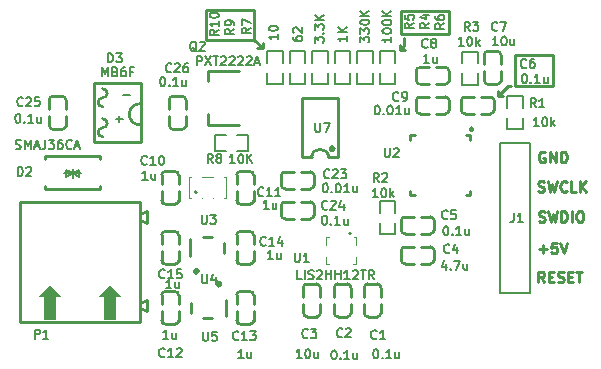
<source format=gto>
%TF.GenerationSoftware,KiCad,Pcbnew,8.0.8*%
%TF.CreationDate,2025-02-03T12:57:40+08:00*%
%TF.ProjectId,vibration_detection_v02,76696272-6174-4696-9f6e-5f6465746563,rev?*%
%TF.SameCoordinates,Original*%
%TF.FileFunction,Legend,Top*%
%TF.FilePolarity,Positive*%
%FSLAX46Y46*%
G04 Gerber Fmt 4.6, Leading zero omitted, Abs format (unit mm)*
G04 Created by KiCad (PCBNEW 8.0.8) date 2025-02-03 12:57:40*
%MOMM*%
%LPD*%
G01*
G04 APERTURE LIST*
%ADD10C,0.254000*%
%ADD11C,0.279400*%
%ADD12C,0.222250*%
%ADD13C,0.152400*%
%ADD14C,0.150110*%
%ADD15C,0.127000*%
%ADD16C,0.203000*%
%ADD17C,0.203200*%
%ADD18C,0.000000*%
%ADD19C,0.150010*%
%ADD20C,0.100000*%
%ADD21C,0.300000*%
G04 APERTURE END LIST*
D10*
X167093900Y-96443800D02*
X170268900Y-96443800D01*
X167093900Y-93776800D02*
X170268900Y-93776800D01*
X170268900Y-96443800D02*
X170268900Y-93776800D01*
X167093900Y-96443800D02*
X167093900Y-93776800D01*
X157441900Y-92049600D02*
X161455100Y-92049600D01*
X157441900Y-90043000D02*
X161455100Y-90043000D01*
X161455100Y-92049600D02*
X161455100Y-90043000D01*
X157441900Y-92049600D02*
X157441900Y-90043000D01*
X140855700Y-92506800D02*
X144995900Y-92506800D01*
X140855700Y-89966800D02*
X144995900Y-89966800D01*
X144995900Y-92506800D02*
X144995900Y-89966800D01*
X140855700Y-92506800D02*
X140855700Y-89966800D01*
D11*
X145249900Y-93218000D02*
X145707100Y-93218000D01*
X145707100Y-93218000D02*
X145707100Y-92760800D01*
X145707100Y-93218000D02*
X145707100Y-92760800D01*
X144995900Y-92506800D02*
X145707100Y-93218000D01*
X157314900Y-93395800D02*
X157314900Y-92964000D01*
X157314900Y-93395800D02*
X157772100Y-93395800D01*
X157314900Y-93395800D02*
X157772100Y-93395800D01*
X157314900Y-93395800D02*
X157695900Y-93014800D01*
X157695900Y-93014800D02*
X157695900Y-92354400D01*
X165646100Y-97256600D02*
X166052500Y-97256600D01*
X165620700Y-97282000D02*
X165646100Y-97256600D01*
X165620700Y-97282000D02*
X165620700Y-96850200D01*
X165620700Y-96850200D02*
X165646100Y-96824800D01*
X165646100Y-97256600D02*
X165646100Y-96824800D01*
X165620700Y-97282000D02*
X165646100Y-97256600D01*
X165620700Y-97282000D02*
X166484300Y-96418400D01*
X166484300Y-96418400D02*
X166687500Y-96418400D01*
D12*
X169534583Y-113018550D02*
X169238250Y-112595217D01*
X169026583Y-113018550D02*
X169026583Y-112129550D01*
X169026583Y-112129550D02*
X169365250Y-112129550D01*
X169365250Y-112129550D02*
X169449917Y-112171883D01*
X169449917Y-112171883D02*
X169492250Y-112214217D01*
X169492250Y-112214217D02*
X169534583Y-112298883D01*
X169534583Y-112298883D02*
X169534583Y-112425883D01*
X169534583Y-112425883D02*
X169492250Y-112510550D01*
X169492250Y-112510550D02*
X169449917Y-112552883D01*
X169449917Y-112552883D02*
X169365250Y-112595217D01*
X169365250Y-112595217D02*
X169026583Y-112595217D01*
X169915583Y-112552883D02*
X170211917Y-112552883D01*
X170338917Y-113018550D02*
X169915583Y-113018550D01*
X169915583Y-113018550D02*
X169915583Y-112129550D01*
X169915583Y-112129550D02*
X170338917Y-112129550D01*
X170677583Y-112976217D02*
X170804583Y-113018550D01*
X170804583Y-113018550D02*
X171016250Y-113018550D01*
X171016250Y-113018550D02*
X171100916Y-112976217D01*
X171100916Y-112976217D02*
X171143250Y-112933883D01*
X171143250Y-112933883D02*
X171185583Y-112849217D01*
X171185583Y-112849217D02*
X171185583Y-112764550D01*
X171185583Y-112764550D02*
X171143250Y-112679883D01*
X171143250Y-112679883D02*
X171100916Y-112637550D01*
X171100916Y-112637550D02*
X171016250Y-112595217D01*
X171016250Y-112595217D02*
X170846916Y-112552883D01*
X170846916Y-112552883D02*
X170762250Y-112510550D01*
X170762250Y-112510550D02*
X170719916Y-112468217D01*
X170719916Y-112468217D02*
X170677583Y-112383550D01*
X170677583Y-112383550D02*
X170677583Y-112298883D01*
X170677583Y-112298883D02*
X170719916Y-112214217D01*
X170719916Y-112214217D02*
X170762250Y-112171883D01*
X170762250Y-112171883D02*
X170846916Y-112129550D01*
X170846916Y-112129550D02*
X171058583Y-112129550D01*
X171058583Y-112129550D02*
X171185583Y-112171883D01*
X171566583Y-112552883D02*
X171862917Y-112552883D01*
X171989917Y-113018550D02*
X171566583Y-113018550D01*
X171566583Y-113018550D02*
X171566583Y-112129550D01*
X171566583Y-112129550D02*
X171989917Y-112129550D01*
X172243916Y-112129550D02*
X172751916Y-112129550D01*
X172497916Y-113018550D02*
X172497916Y-112129550D01*
X169077383Y-110216083D02*
X169754717Y-110216083D01*
X169416050Y-110554750D02*
X169416050Y-109877417D01*
X170601384Y-109665750D02*
X170178050Y-109665750D01*
X170178050Y-109665750D02*
X170135717Y-110089083D01*
X170135717Y-110089083D02*
X170178050Y-110046750D01*
X170178050Y-110046750D02*
X170262717Y-110004417D01*
X170262717Y-110004417D02*
X170474384Y-110004417D01*
X170474384Y-110004417D02*
X170559050Y-110046750D01*
X170559050Y-110046750D02*
X170601384Y-110089083D01*
X170601384Y-110089083D02*
X170643717Y-110173750D01*
X170643717Y-110173750D02*
X170643717Y-110385417D01*
X170643717Y-110385417D02*
X170601384Y-110470083D01*
X170601384Y-110470083D02*
X170559050Y-110512417D01*
X170559050Y-110512417D02*
X170474384Y-110554750D01*
X170474384Y-110554750D02*
X170262717Y-110554750D01*
X170262717Y-110554750D02*
X170178050Y-110512417D01*
X170178050Y-110512417D02*
X170135717Y-110470083D01*
X170897717Y-109665750D02*
X171194051Y-110554750D01*
X171194051Y-110554750D02*
X171490384Y-109665750D01*
X169060450Y-107870817D02*
X169187450Y-107913150D01*
X169187450Y-107913150D02*
X169399117Y-107913150D01*
X169399117Y-107913150D02*
X169483783Y-107870817D01*
X169483783Y-107870817D02*
X169526117Y-107828483D01*
X169526117Y-107828483D02*
X169568450Y-107743817D01*
X169568450Y-107743817D02*
X169568450Y-107659150D01*
X169568450Y-107659150D02*
X169526117Y-107574483D01*
X169526117Y-107574483D02*
X169483783Y-107532150D01*
X169483783Y-107532150D02*
X169399117Y-107489817D01*
X169399117Y-107489817D02*
X169229783Y-107447483D01*
X169229783Y-107447483D02*
X169145117Y-107405150D01*
X169145117Y-107405150D02*
X169102783Y-107362817D01*
X169102783Y-107362817D02*
X169060450Y-107278150D01*
X169060450Y-107278150D02*
X169060450Y-107193483D01*
X169060450Y-107193483D02*
X169102783Y-107108817D01*
X169102783Y-107108817D02*
X169145117Y-107066483D01*
X169145117Y-107066483D02*
X169229783Y-107024150D01*
X169229783Y-107024150D02*
X169441450Y-107024150D01*
X169441450Y-107024150D02*
X169568450Y-107066483D01*
X169864784Y-107024150D02*
X170076450Y-107913150D01*
X170076450Y-107913150D02*
X170245784Y-107278150D01*
X170245784Y-107278150D02*
X170415117Y-107913150D01*
X170415117Y-107913150D02*
X170626784Y-107024150D01*
X170965450Y-107913150D02*
X170965450Y-107024150D01*
X170965450Y-107024150D02*
X171177117Y-107024150D01*
X171177117Y-107024150D02*
X171304117Y-107066483D01*
X171304117Y-107066483D02*
X171388784Y-107151150D01*
X171388784Y-107151150D02*
X171431117Y-107235817D01*
X171431117Y-107235817D02*
X171473450Y-107405150D01*
X171473450Y-107405150D02*
X171473450Y-107532150D01*
X171473450Y-107532150D02*
X171431117Y-107701483D01*
X171431117Y-107701483D02*
X171388784Y-107786150D01*
X171388784Y-107786150D02*
X171304117Y-107870817D01*
X171304117Y-107870817D02*
X171177117Y-107913150D01*
X171177117Y-107913150D02*
X170965450Y-107913150D01*
X171854450Y-107913150D02*
X171854450Y-107024150D01*
X172447117Y-107024150D02*
X172616450Y-107024150D01*
X172616450Y-107024150D02*
X172701117Y-107066483D01*
X172701117Y-107066483D02*
X172785783Y-107151150D01*
X172785783Y-107151150D02*
X172828117Y-107320483D01*
X172828117Y-107320483D02*
X172828117Y-107616817D01*
X172828117Y-107616817D02*
X172785783Y-107786150D01*
X172785783Y-107786150D02*
X172701117Y-107870817D01*
X172701117Y-107870817D02*
X172616450Y-107913150D01*
X172616450Y-107913150D02*
X172447117Y-107913150D01*
X172447117Y-107913150D02*
X172362450Y-107870817D01*
X172362450Y-107870817D02*
X172277783Y-107786150D01*
X172277783Y-107786150D02*
X172235450Y-107616817D01*
X172235450Y-107616817D02*
X172235450Y-107320483D01*
X172235450Y-107320483D02*
X172277783Y-107151150D01*
X172277783Y-107151150D02*
X172362450Y-107066483D01*
X172362450Y-107066483D02*
X172447117Y-107024150D01*
X169009650Y-105305417D02*
X169136650Y-105347750D01*
X169136650Y-105347750D02*
X169348317Y-105347750D01*
X169348317Y-105347750D02*
X169432983Y-105305417D01*
X169432983Y-105305417D02*
X169475317Y-105263083D01*
X169475317Y-105263083D02*
X169517650Y-105178417D01*
X169517650Y-105178417D02*
X169517650Y-105093750D01*
X169517650Y-105093750D02*
X169475317Y-105009083D01*
X169475317Y-105009083D02*
X169432983Y-104966750D01*
X169432983Y-104966750D02*
X169348317Y-104924417D01*
X169348317Y-104924417D02*
X169178983Y-104882083D01*
X169178983Y-104882083D02*
X169094317Y-104839750D01*
X169094317Y-104839750D02*
X169051983Y-104797417D01*
X169051983Y-104797417D02*
X169009650Y-104712750D01*
X169009650Y-104712750D02*
X169009650Y-104628083D01*
X169009650Y-104628083D02*
X169051983Y-104543417D01*
X169051983Y-104543417D02*
X169094317Y-104501083D01*
X169094317Y-104501083D02*
X169178983Y-104458750D01*
X169178983Y-104458750D02*
X169390650Y-104458750D01*
X169390650Y-104458750D02*
X169517650Y-104501083D01*
X169813984Y-104458750D02*
X170025650Y-105347750D01*
X170025650Y-105347750D02*
X170194984Y-104712750D01*
X170194984Y-104712750D02*
X170364317Y-105347750D01*
X170364317Y-105347750D02*
X170575984Y-104458750D01*
X171422650Y-105263083D02*
X171380317Y-105305417D01*
X171380317Y-105305417D02*
X171253317Y-105347750D01*
X171253317Y-105347750D02*
X171168650Y-105347750D01*
X171168650Y-105347750D02*
X171041650Y-105305417D01*
X171041650Y-105305417D02*
X170956984Y-105220750D01*
X170956984Y-105220750D02*
X170914650Y-105136083D01*
X170914650Y-105136083D02*
X170872317Y-104966750D01*
X170872317Y-104966750D02*
X170872317Y-104839750D01*
X170872317Y-104839750D02*
X170914650Y-104670417D01*
X170914650Y-104670417D02*
X170956984Y-104585750D01*
X170956984Y-104585750D02*
X171041650Y-104501083D01*
X171041650Y-104501083D02*
X171168650Y-104458750D01*
X171168650Y-104458750D02*
X171253317Y-104458750D01*
X171253317Y-104458750D02*
X171380317Y-104501083D01*
X171380317Y-104501083D02*
X171422650Y-104543417D01*
X172226984Y-105347750D02*
X171803650Y-105347750D01*
X171803650Y-105347750D02*
X171803650Y-104458750D01*
X172523317Y-105347750D02*
X172523317Y-104458750D01*
X173031317Y-105347750D02*
X172650317Y-104839750D01*
X173031317Y-104458750D02*
X172523317Y-104966750D01*
X169568450Y-102011883D02*
X169483783Y-101969550D01*
X169483783Y-101969550D02*
X169356783Y-101969550D01*
X169356783Y-101969550D02*
X169229783Y-102011883D01*
X169229783Y-102011883D02*
X169145117Y-102096550D01*
X169145117Y-102096550D02*
X169102783Y-102181217D01*
X169102783Y-102181217D02*
X169060450Y-102350550D01*
X169060450Y-102350550D02*
X169060450Y-102477550D01*
X169060450Y-102477550D02*
X169102783Y-102646883D01*
X169102783Y-102646883D02*
X169145117Y-102731550D01*
X169145117Y-102731550D02*
X169229783Y-102816217D01*
X169229783Y-102816217D02*
X169356783Y-102858550D01*
X169356783Y-102858550D02*
X169441450Y-102858550D01*
X169441450Y-102858550D02*
X169568450Y-102816217D01*
X169568450Y-102816217D02*
X169610783Y-102773883D01*
X169610783Y-102773883D02*
X169610783Y-102477550D01*
X169610783Y-102477550D02*
X169441450Y-102477550D01*
X169991783Y-102858550D02*
X169991783Y-101969550D01*
X169991783Y-101969550D02*
X170499783Y-102858550D01*
X170499783Y-102858550D02*
X170499783Y-101969550D01*
X170923116Y-102858550D02*
X170923116Y-101969550D01*
X170923116Y-101969550D02*
X171134783Y-101969550D01*
X171134783Y-101969550D02*
X171261783Y-102011883D01*
X171261783Y-102011883D02*
X171346450Y-102096550D01*
X171346450Y-102096550D02*
X171388783Y-102181217D01*
X171388783Y-102181217D02*
X171431116Y-102350550D01*
X171431116Y-102350550D02*
X171431116Y-102477550D01*
X171431116Y-102477550D02*
X171388783Y-102646883D01*
X171388783Y-102646883D02*
X171346450Y-102731550D01*
X171346450Y-102731550D02*
X171261783Y-102816217D01*
X171261783Y-102816217D02*
X171134783Y-102858550D01*
X171134783Y-102858550D02*
X170923116Y-102858550D01*
D13*
X155333700Y-117775594D02*
X155297414Y-117811880D01*
X155297414Y-117811880D02*
X155188557Y-117848165D01*
X155188557Y-117848165D02*
X155115985Y-117848165D01*
X155115985Y-117848165D02*
X155007128Y-117811880D01*
X155007128Y-117811880D02*
X154934557Y-117739308D01*
X154934557Y-117739308D02*
X154898271Y-117666737D01*
X154898271Y-117666737D02*
X154861985Y-117521594D01*
X154861985Y-117521594D02*
X154861985Y-117412737D01*
X154861985Y-117412737D02*
X154898271Y-117267594D01*
X154898271Y-117267594D02*
X154934557Y-117195022D01*
X154934557Y-117195022D02*
X155007128Y-117122451D01*
X155007128Y-117122451D02*
X155115985Y-117086165D01*
X155115985Y-117086165D02*
X155188557Y-117086165D01*
X155188557Y-117086165D02*
X155297414Y-117122451D01*
X155297414Y-117122451D02*
X155333700Y-117158737D01*
X156059414Y-117848165D02*
X155623985Y-117848165D01*
X155841700Y-117848165D02*
X155841700Y-117086165D01*
X155841700Y-117086165D02*
X155769128Y-117195022D01*
X155769128Y-117195022D02*
X155696557Y-117267594D01*
X155696557Y-117267594D02*
X155623985Y-117303880D01*
X155227134Y-118711765D02*
X155299705Y-118711765D01*
X155299705Y-118711765D02*
X155372277Y-118748051D01*
X155372277Y-118748051D02*
X155408563Y-118784337D01*
X155408563Y-118784337D02*
X155444848Y-118856908D01*
X155444848Y-118856908D02*
X155481134Y-119002051D01*
X155481134Y-119002051D02*
X155481134Y-119183480D01*
X155481134Y-119183480D02*
X155444848Y-119328622D01*
X155444848Y-119328622D02*
X155408563Y-119401194D01*
X155408563Y-119401194D02*
X155372277Y-119437480D01*
X155372277Y-119437480D02*
X155299705Y-119473765D01*
X155299705Y-119473765D02*
X155227134Y-119473765D01*
X155227134Y-119473765D02*
X155154563Y-119437480D01*
X155154563Y-119437480D02*
X155118277Y-119401194D01*
X155118277Y-119401194D02*
X155081991Y-119328622D01*
X155081991Y-119328622D02*
X155045705Y-119183480D01*
X155045705Y-119183480D02*
X155045705Y-119002051D01*
X155045705Y-119002051D02*
X155081991Y-118856908D01*
X155081991Y-118856908D02*
X155118277Y-118784337D01*
X155118277Y-118784337D02*
X155154563Y-118748051D01*
X155154563Y-118748051D02*
X155227134Y-118711765D01*
X155807705Y-119401194D02*
X155843991Y-119437480D01*
X155843991Y-119437480D02*
X155807705Y-119473765D01*
X155807705Y-119473765D02*
X155771419Y-119437480D01*
X155771419Y-119437480D02*
X155807705Y-119401194D01*
X155807705Y-119401194D02*
X155807705Y-119473765D01*
X156569705Y-119473765D02*
X156134276Y-119473765D01*
X156351991Y-119473765D02*
X156351991Y-118711765D01*
X156351991Y-118711765D02*
X156279419Y-118820622D01*
X156279419Y-118820622D02*
X156206848Y-118893194D01*
X156206848Y-118893194D02*
X156134276Y-118929480D01*
X157222848Y-118965765D02*
X157222848Y-119473765D01*
X156896276Y-118965765D02*
X156896276Y-119364908D01*
X156896276Y-119364908D02*
X156932562Y-119437480D01*
X156932562Y-119437480D02*
X157005133Y-119473765D01*
X157005133Y-119473765D02*
X157113990Y-119473765D01*
X157113990Y-119473765D02*
X157186562Y-119437480D01*
X157186562Y-119437480D02*
X157222848Y-119401194D01*
X152438100Y-117623194D02*
X152401814Y-117659480D01*
X152401814Y-117659480D02*
X152292957Y-117695765D01*
X152292957Y-117695765D02*
X152220385Y-117695765D01*
X152220385Y-117695765D02*
X152111528Y-117659480D01*
X152111528Y-117659480D02*
X152038957Y-117586908D01*
X152038957Y-117586908D02*
X152002671Y-117514337D01*
X152002671Y-117514337D02*
X151966385Y-117369194D01*
X151966385Y-117369194D02*
X151966385Y-117260337D01*
X151966385Y-117260337D02*
X152002671Y-117115194D01*
X152002671Y-117115194D02*
X152038957Y-117042622D01*
X152038957Y-117042622D02*
X152111528Y-116970051D01*
X152111528Y-116970051D02*
X152220385Y-116933765D01*
X152220385Y-116933765D02*
X152292957Y-116933765D01*
X152292957Y-116933765D02*
X152401814Y-116970051D01*
X152401814Y-116970051D02*
X152438100Y-117006337D01*
X152728385Y-117006337D02*
X152764671Y-116970051D01*
X152764671Y-116970051D02*
X152837243Y-116933765D01*
X152837243Y-116933765D02*
X153018671Y-116933765D01*
X153018671Y-116933765D02*
X153091243Y-116970051D01*
X153091243Y-116970051D02*
X153127528Y-117006337D01*
X153127528Y-117006337D02*
X153163814Y-117078908D01*
X153163814Y-117078908D02*
X153163814Y-117151480D01*
X153163814Y-117151480D02*
X153127528Y-117260337D01*
X153127528Y-117260337D02*
X152692100Y-117695765D01*
X152692100Y-117695765D02*
X153163814Y-117695765D01*
X151696534Y-118787965D02*
X151769105Y-118787965D01*
X151769105Y-118787965D02*
X151841677Y-118824251D01*
X151841677Y-118824251D02*
X151877963Y-118860537D01*
X151877963Y-118860537D02*
X151914248Y-118933108D01*
X151914248Y-118933108D02*
X151950534Y-119078251D01*
X151950534Y-119078251D02*
X151950534Y-119259680D01*
X151950534Y-119259680D02*
X151914248Y-119404822D01*
X151914248Y-119404822D02*
X151877963Y-119477394D01*
X151877963Y-119477394D02*
X151841677Y-119513680D01*
X151841677Y-119513680D02*
X151769105Y-119549965D01*
X151769105Y-119549965D02*
X151696534Y-119549965D01*
X151696534Y-119549965D02*
X151623963Y-119513680D01*
X151623963Y-119513680D02*
X151587677Y-119477394D01*
X151587677Y-119477394D02*
X151551391Y-119404822D01*
X151551391Y-119404822D02*
X151515105Y-119259680D01*
X151515105Y-119259680D02*
X151515105Y-119078251D01*
X151515105Y-119078251D02*
X151551391Y-118933108D01*
X151551391Y-118933108D02*
X151587677Y-118860537D01*
X151587677Y-118860537D02*
X151623963Y-118824251D01*
X151623963Y-118824251D02*
X151696534Y-118787965D01*
X152277105Y-119477394D02*
X152313391Y-119513680D01*
X152313391Y-119513680D02*
X152277105Y-119549965D01*
X152277105Y-119549965D02*
X152240819Y-119513680D01*
X152240819Y-119513680D02*
X152277105Y-119477394D01*
X152277105Y-119477394D02*
X152277105Y-119549965D01*
X153039105Y-119549965D02*
X152603676Y-119549965D01*
X152821391Y-119549965D02*
X152821391Y-118787965D01*
X152821391Y-118787965D02*
X152748819Y-118896822D01*
X152748819Y-118896822D02*
X152676248Y-118969394D01*
X152676248Y-118969394D02*
X152603676Y-119005680D01*
X153692248Y-119041965D02*
X153692248Y-119549965D01*
X153365676Y-119041965D02*
X153365676Y-119441108D01*
X153365676Y-119441108D02*
X153401962Y-119513680D01*
X153401962Y-119513680D02*
X153474533Y-119549965D01*
X153474533Y-119549965D02*
X153583390Y-119549965D01*
X153583390Y-119549965D02*
X153655962Y-119513680D01*
X153655962Y-119513680D02*
X153692248Y-119477394D01*
X149517100Y-117673994D02*
X149480814Y-117710280D01*
X149480814Y-117710280D02*
X149371957Y-117746565D01*
X149371957Y-117746565D02*
X149299385Y-117746565D01*
X149299385Y-117746565D02*
X149190528Y-117710280D01*
X149190528Y-117710280D02*
X149117957Y-117637708D01*
X149117957Y-117637708D02*
X149081671Y-117565137D01*
X149081671Y-117565137D02*
X149045385Y-117419994D01*
X149045385Y-117419994D02*
X149045385Y-117311137D01*
X149045385Y-117311137D02*
X149081671Y-117165994D01*
X149081671Y-117165994D02*
X149117957Y-117093422D01*
X149117957Y-117093422D02*
X149190528Y-117020851D01*
X149190528Y-117020851D02*
X149299385Y-116984565D01*
X149299385Y-116984565D02*
X149371957Y-116984565D01*
X149371957Y-116984565D02*
X149480814Y-117020851D01*
X149480814Y-117020851D02*
X149517100Y-117057137D01*
X149771100Y-116984565D02*
X150242814Y-116984565D01*
X150242814Y-116984565D02*
X149988814Y-117274851D01*
X149988814Y-117274851D02*
X150097671Y-117274851D01*
X150097671Y-117274851D02*
X150170243Y-117311137D01*
X150170243Y-117311137D02*
X150206528Y-117347422D01*
X150206528Y-117347422D02*
X150242814Y-117419994D01*
X150242814Y-117419994D02*
X150242814Y-117601422D01*
X150242814Y-117601422D02*
X150206528Y-117673994D01*
X150206528Y-117673994D02*
X150170243Y-117710280D01*
X150170243Y-117710280D02*
X150097671Y-117746565D01*
X150097671Y-117746565D02*
X149879957Y-117746565D01*
X149879957Y-117746565D02*
X149807385Y-117710280D01*
X149807385Y-117710280D02*
X149771100Y-117673994D01*
X149004134Y-119448365D02*
X148568705Y-119448365D01*
X148786420Y-119448365D02*
X148786420Y-118686365D01*
X148786420Y-118686365D02*
X148713848Y-118795222D01*
X148713848Y-118795222D02*
X148641277Y-118867794D01*
X148641277Y-118867794D02*
X148568705Y-118904080D01*
X149475848Y-118686365D02*
X149548419Y-118686365D01*
X149548419Y-118686365D02*
X149620991Y-118722651D01*
X149620991Y-118722651D02*
X149657277Y-118758937D01*
X149657277Y-118758937D02*
X149693562Y-118831508D01*
X149693562Y-118831508D02*
X149729848Y-118976651D01*
X149729848Y-118976651D02*
X149729848Y-119158080D01*
X149729848Y-119158080D02*
X149693562Y-119303222D01*
X149693562Y-119303222D02*
X149657277Y-119375794D01*
X149657277Y-119375794D02*
X149620991Y-119412080D01*
X149620991Y-119412080D02*
X149548419Y-119448365D01*
X149548419Y-119448365D02*
X149475848Y-119448365D01*
X149475848Y-119448365D02*
X149403277Y-119412080D01*
X149403277Y-119412080D02*
X149366991Y-119375794D01*
X149366991Y-119375794D02*
X149330705Y-119303222D01*
X149330705Y-119303222D02*
X149294419Y-119158080D01*
X149294419Y-119158080D02*
X149294419Y-118976651D01*
X149294419Y-118976651D02*
X149330705Y-118831508D01*
X149330705Y-118831508D02*
X149366991Y-118758937D01*
X149366991Y-118758937D02*
X149403277Y-118722651D01*
X149403277Y-118722651D02*
X149475848Y-118686365D01*
X150382991Y-118940365D02*
X150382991Y-119448365D01*
X150056419Y-118940365D02*
X150056419Y-119339508D01*
X150056419Y-119339508D02*
X150092705Y-119412080D01*
X150092705Y-119412080D02*
X150165276Y-119448365D01*
X150165276Y-119448365D02*
X150274133Y-119448365D01*
X150274133Y-119448365D02*
X150346705Y-119412080D01*
X150346705Y-119412080D02*
X150382991Y-119375794D01*
X161505900Y-110485794D02*
X161469614Y-110522080D01*
X161469614Y-110522080D02*
X161360757Y-110558365D01*
X161360757Y-110558365D02*
X161288185Y-110558365D01*
X161288185Y-110558365D02*
X161179328Y-110522080D01*
X161179328Y-110522080D02*
X161106757Y-110449508D01*
X161106757Y-110449508D02*
X161070471Y-110376937D01*
X161070471Y-110376937D02*
X161034185Y-110231794D01*
X161034185Y-110231794D02*
X161034185Y-110122937D01*
X161034185Y-110122937D02*
X161070471Y-109977794D01*
X161070471Y-109977794D02*
X161106757Y-109905222D01*
X161106757Y-109905222D02*
X161179328Y-109832651D01*
X161179328Y-109832651D02*
X161288185Y-109796365D01*
X161288185Y-109796365D02*
X161360757Y-109796365D01*
X161360757Y-109796365D02*
X161469614Y-109832651D01*
X161469614Y-109832651D02*
X161505900Y-109868937D01*
X162159043Y-110050365D02*
X162159043Y-110558365D01*
X161977614Y-109760080D02*
X161796185Y-110304365D01*
X161796185Y-110304365D02*
X162267900Y-110304365D01*
X161199763Y-111447365D02*
X161199763Y-111955365D01*
X161018334Y-111157080D02*
X160836905Y-111701365D01*
X160836905Y-111701365D02*
X161308620Y-111701365D01*
X161598905Y-111882794D02*
X161635191Y-111919080D01*
X161635191Y-111919080D02*
X161598905Y-111955365D01*
X161598905Y-111955365D02*
X161562619Y-111919080D01*
X161562619Y-111919080D02*
X161598905Y-111882794D01*
X161598905Y-111882794D02*
X161598905Y-111955365D01*
X161889191Y-111193365D02*
X162397191Y-111193365D01*
X162397191Y-111193365D02*
X162070619Y-111955365D01*
X163014048Y-111447365D02*
X163014048Y-111955365D01*
X162687476Y-111447365D02*
X162687476Y-111846508D01*
X162687476Y-111846508D02*
X162723762Y-111919080D01*
X162723762Y-111919080D02*
X162796333Y-111955365D01*
X162796333Y-111955365D02*
X162905190Y-111955365D01*
X162905190Y-111955365D02*
X162977762Y-111919080D01*
X162977762Y-111919080D02*
X163014048Y-111882794D01*
X161353500Y-107615594D02*
X161317214Y-107651880D01*
X161317214Y-107651880D02*
X161208357Y-107688165D01*
X161208357Y-107688165D02*
X161135785Y-107688165D01*
X161135785Y-107688165D02*
X161026928Y-107651880D01*
X161026928Y-107651880D02*
X160954357Y-107579308D01*
X160954357Y-107579308D02*
X160918071Y-107506737D01*
X160918071Y-107506737D02*
X160881785Y-107361594D01*
X160881785Y-107361594D02*
X160881785Y-107252737D01*
X160881785Y-107252737D02*
X160918071Y-107107594D01*
X160918071Y-107107594D02*
X160954357Y-107035022D01*
X160954357Y-107035022D02*
X161026928Y-106962451D01*
X161026928Y-106962451D02*
X161135785Y-106926165D01*
X161135785Y-106926165D02*
X161208357Y-106926165D01*
X161208357Y-106926165D02*
X161317214Y-106962451D01*
X161317214Y-106962451D02*
X161353500Y-106998737D01*
X162042928Y-106926165D02*
X161680071Y-106926165D01*
X161680071Y-106926165D02*
X161643785Y-107289022D01*
X161643785Y-107289022D02*
X161680071Y-107252737D01*
X161680071Y-107252737D02*
X161752643Y-107216451D01*
X161752643Y-107216451D02*
X161934071Y-107216451D01*
X161934071Y-107216451D02*
X162006643Y-107252737D01*
X162006643Y-107252737D02*
X162042928Y-107289022D01*
X162042928Y-107289022D02*
X162079214Y-107361594D01*
X162079214Y-107361594D02*
X162079214Y-107543022D01*
X162079214Y-107543022D02*
X162042928Y-107615594D01*
X162042928Y-107615594D02*
X162006643Y-107651880D01*
X162006643Y-107651880D02*
X161934071Y-107688165D01*
X161934071Y-107688165D02*
X161752643Y-107688165D01*
X161752643Y-107688165D02*
X161680071Y-107651880D01*
X161680071Y-107651880D02*
X161643785Y-107615594D01*
X161170734Y-108272365D02*
X161243305Y-108272365D01*
X161243305Y-108272365D02*
X161315877Y-108308651D01*
X161315877Y-108308651D02*
X161352163Y-108344937D01*
X161352163Y-108344937D02*
X161388448Y-108417508D01*
X161388448Y-108417508D02*
X161424734Y-108562651D01*
X161424734Y-108562651D02*
X161424734Y-108744080D01*
X161424734Y-108744080D02*
X161388448Y-108889222D01*
X161388448Y-108889222D02*
X161352163Y-108961794D01*
X161352163Y-108961794D02*
X161315877Y-108998080D01*
X161315877Y-108998080D02*
X161243305Y-109034365D01*
X161243305Y-109034365D02*
X161170734Y-109034365D01*
X161170734Y-109034365D02*
X161098163Y-108998080D01*
X161098163Y-108998080D02*
X161061877Y-108961794D01*
X161061877Y-108961794D02*
X161025591Y-108889222D01*
X161025591Y-108889222D02*
X160989305Y-108744080D01*
X160989305Y-108744080D02*
X160989305Y-108562651D01*
X160989305Y-108562651D02*
X161025591Y-108417508D01*
X161025591Y-108417508D02*
X161061877Y-108344937D01*
X161061877Y-108344937D02*
X161098163Y-108308651D01*
X161098163Y-108308651D02*
X161170734Y-108272365D01*
X161751305Y-108961794D02*
X161787591Y-108998080D01*
X161787591Y-108998080D02*
X161751305Y-109034365D01*
X161751305Y-109034365D02*
X161715019Y-108998080D01*
X161715019Y-108998080D02*
X161751305Y-108961794D01*
X161751305Y-108961794D02*
X161751305Y-109034365D01*
X162513305Y-109034365D02*
X162077876Y-109034365D01*
X162295591Y-109034365D02*
X162295591Y-108272365D01*
X162295591Y-108272365D02*
X162223019Y-108381222D01*
X162223019Y-108381222D02*
X162150448Y-108453794D01*
X162150448Y-108453794D02*
X162077876Y-108490080D01*
X163166448Y-108526365D02*
X163166448Y-109034365D01*
X162839876Y-108526365D02*
X162839876Y-108925508D01*
X162839876Y-108925508D02*
X162876162Y-108998080D01*
X162876162Y-108998080D02*
X162948733Y-109034365D01*
X162948733Y-109034365D02*
X163057590Y-109034365D01*
X163057590Y-109034365D02*
X163130162Y-108998080D01*
X163130162Y-108998080D02*
X163166448Y-108961794D01*
X168008300Y-94813994D02*
X167972014Y-94850280D01*
X167972014Y-94850280D02*
X167863157Y-94886565D01*
X167863157Y-94886565D02*
X167790585Y-94886565D01*
X167790585Y-94886565D02*
X167681728Y-94850280D01*
X167681728Y-94850280D02*
X167609157Y-94777708D01*
X167609157Y-94777708D02*
X167572871Y-94705137D01*
X167572871Y-94705137D02*
X167536585Y-94559994D01*
X167536585Y-94559994D02*
X167536585Y-94451137D01*
X167536585Y-94451137D02*
X167572871Y-94305994D01*
X167572871Y-94305994D02*
X167609157Y-94233422D01*
X167609157Y-94233422D02*
X167681728Y-94160851D01*
X167681728Y-94160851D02*
X167790585Y-94124565D01*
X167790585Y-94124565D02*
X167863157Y-94124565D01*
X167863157Y-94124565D02*
X167972014Y-94160851D01*
X167972014Y-94160851D02*
X168008300Y-94197137D01*
X168661443Y-94124565D02*
X168516300Y-94124565D01*
X168516300Y-94124565D02*
X168443728Y-94160851D01*
X168443728Y-94160851D02*
X168407443Y-94197137D01*
X168407443Y-94197137D02*
X168334871Y-94305994D01*
X168334871Y-94305994D02*
X168298585Y-94451137D01*
X168298585Y-94451137D02*
X168298585Y-94741422D01*
X168298585Y-94741422D02*
X168334871Y-94813994D01*
X168334871Y-94813994D02*
X168371157Y-94850280D01*
X168371157Y-94850280D02*
X168443728Y-94886565D01*
X168443728Y-94886565D02*
X168588871Y-94886565D01*
X168588871Y-94886565D02*
X168661443Y-94850280D01*
X168661443Y-94850280D02*
X168697728Y-94813994D01*
X168697728Y-94813994D02*
X168734014Y-94741422D01*
X168734014Y-94741422D02*
X168734014Y-94559994D01*
X168734014Y-94559994D02*
X168697728Y-94487422D01*
X168697728Y-94487422D02*
X168661443Y-94451137D01*
X168661443Y-94451137D02*
X168588871Y-94414851D01*
X168588871Y-94414851D02*
X168443728Y-94414851D01*
X168443728Y-94414851D02*
X168371157Y-94451137D01*
X168371157Y-94451137D02*
X168334871Y-94487422D01*
X168334871Y-94487422D02*
X168298585Y-94559994D01*
X167825534Y-95394565D02*
X167898105Y-95394565D01*
X167898105Y-95394565D02*
X167970677Y-95430851D01*
X167970677Y-95430851D02*
X168006963Y-95467137D01*
X168006963Y-95467137D02*
X168043248Y-95539708D01*
X168043248Y-95539708D02*
X168079534Y-95684851D01*
X168079534Y-95684851D02*
X168079534Y-95866280D01*
X168079534Y-95866280D02*
X168043248Y-96011422D01*
X168043248Y-96011422D02*
X168006963Y-96083994D01*
X168006963Y-96083994D02*
X167970677Y-96120280D01*
X167970677Y-96120280D02*
X167898105Y-96156565D01*
X167898105Y-96156565D02*
X167825534Y-96156565D01*
X167825534Y-96156565D02*
X167752963Y-96120280D01*
X167752963Y-96120280D02*
X167716677Y-96083994D01*
X167716677Y-96083994D02*
X167680391Y-96011422D01*
X167680391Y-96011422D02*
X167644105Y-95866280D01*
X167644105Y-95866280D02*
X167644105Y-95684851D01*
X167644105Y-95684851D02*
X167680391Y-95539708D01*
X167680391Y-95539708D02*
X167716677Y-95467137D01*
X167716677Y-95467137D02*
X167752963Y-95430851D01*
X167752963Y-95430851D02*
X167825534Y-95394565D01*
X168406105Y-96083994D02*
X168442391Y-96120280D01*
X168442391Y-96120280D02*
X168406105Y-96156565D01*
X168406105Y-96156565D02*
X168369819Y-96120280D01*
X168369819Y-96120280D02*
X168406105Y-96083994D01*
X168406105Y-96083994D02*
X168406105Y-96156565D01*
X169168105Y-96156565D02*
X168732676Y-96156565D01*
X168950391Y-96156565D02*
X168950391Y-95394565D01*
X168950391Y-95394565D02*
X168877819Y-95503422D01*
X168877819Y-95503422D02*
X168805248Y-95575994D01*
X168805248Y-95575994D02*
X168732676Y-95612280D01*
X169821248Y-95648565D02*
X169821248Y-96156565D01*
X169494676Y-95648565D02*
X169494676Y-96047708D01*
X169494676Y-96047708D02*
X169530962Y-96120280D01*
X169530962Y-96120280D02*
X169603533Y-96156565D01*
X169603533Y-96156565D02*
X169712390Y-96156565D01*
X169712390Y-96156565D02*
X169784962Y-96120280D01*
X169784962Y-96120280D02*
X169821248Y-96083994D01*
X165569900Y-91664394D02*
X165533614Y-91700680D01*
X165533614Y-91700680D02*
X165424757Y-91736965D01*
X165424757Y-91736965D02*
X165352185Y-91736965D01*
X165352185Y-91736965D02*
X165243328Y-91700680D01*
X165243328Y-91700680D02*
X165170757Y-91628108D01*
X165170757Y-91628108D02*
X165134471Y-91555537D01*
X165134471Y-91555537D02*
X165098185Y-91410394D01*
X165098185Y-91410394D02*
X165098185Y-91301537D01*
X165098185Y-91301537D02*
X165134471Y-91156394D01*
X165134471Y-91156394D02*
X165170757Y-91083822D01*
X165170757Y-91083822D02*
X165243328Y-91011251D01*
X165243328Y-91011251D02*
X165352185Y-90974965D01*
X165352185Y-90974965D02*
X165424757Y-90974965D01*
X165424757Y-90974965D02*
X165533614Y-91011251D01*
X165533614Y-91011251D02*
X165569900Y-91047537D01*
X165823900Y-90974965D02*
X166331900Y-90974965D01*
X166331900Y-90974965D02*
X166005328Y-91736965D01*
X165615734Y-92981565D02*
X165180305Y-92981565D01*
X165398020Y-92981565D02*
X165398020Y-92219565D01*
X165398020Y-92219565D02*
X165325448Y-92328422D01*
X165325448Y-92328422D02*
X165252877Y-92400994D01*
X165252877Y-92400994D02*
X165180305Y-92437280D01*
X166087448Y-92219565D02*
X166160019Y-92219565D01*
X166160019Y-92219565D02*
X166232591Y-92255851D01*
X166232591Y-92255851D02*
X166268877Y-92292137D01*
X166268877Y-92292137D02*
X166305162Y-92364708D01*
X166305162Y-92364708D02*
X166341448Y-92509851D01*
X166341448Y-92509851D02*
X166341448Y-92691280D01*
X166341448Y-92691280D02*
X166305162Y-92836422D01*
X166305162Y-92836422D02*
X166268877Y-92908994D01*
X166268877Y-92908994D02*
X166232591Y-92945280D01*
X166232591Y-92945280D02*
X166160019Y-92981565D01*
X166160019Y-92981565D02*
X166087448Y-92981565D01*
X166087448Y-92981565D02*
X166014877Y-92945280D01*
X166014877Y-92945280D02*
X165978591Y-92908994D01*
X165978591Y-92908994D02*
X165942305Y-92836422D01*
X165942305Y-92836422D02*
X165906019Y-92691280D01*
X165906019Y-92691280D02*
X165906019Y-92509851D01*
X165906019Y-92509851D02*
X165942305Y-92364708D01*
X165942305Y-92364708D02*
X165978591Y-92292137D01*
X165978591Y-92292137D02*
X166014877Y-92255851D01*
X166014877Y-92255851D02*
X166087448Y-92219565D01*
X166994591Y-92473565D02*
X166994591Y-92981565D01*
X166668019Y-92473565D02*
X166668019Y-92872708D01*
X166668019Y-92872708D02*
X166704305Y-92945280D01*
X166704305Y-92945280D02*
X166776876Y-92981565D01*
X166776876Y-92981565D02*
X166885733Y-92981565D01*
X166885733Y-92981565D02*
X166958305Y-92945280D01*
X166958305Y-92945280D02*
X166994591Y-92908994D01*
X159651700Y-93112194D02*
X159615414Y-93148480D01*
X159615414Y-93148480D02*
X159506557Y-93184765D01*
X159506557Y-93184765D02*
X159433985Y-93184765D01*
X159433985Y-93184765D02*
X159325128Y-93148480D01*
X159325128Y-93148480D02*
X159252557Y-93075908D01*
X159252557Y-93075908D02*
X159216271Y-93003337D01*
X159216271Y-93003337D02*
X159179985Y-92858194D01*
X159179985Y-92858194D02*
X159179985Y-92749337D01*
X159179985Y-92749337D02*
X159216271Y-92604194D01*
X159216271Y-92604194D02*
X159252557Y-92531622D01*
X159252557Y-92531622D02*
X159325128Y-92459051D01*
X159325128Y-92459051D02*
X159433985Y-92422765D01*
X159433985Y-92422765D02*
X159506557Y-92422765D01*
X159506557Y-92422765D02*
X159615414Y-92459051D01*
X159615414Y-92459051D02*
X159651700Y-92495337D01*
X160087128Y-92749337D02*
X160014557Y-92713051D01*
X160014557Y-92713051D02*
X159978271Y-92676765D01*
X159978271Y-92676765D02*
X159941985Y-92604194D01*
X159941985Y-92604194D02*
X159941985Y-92567908D01*
X159941985Y-92567908D02*
X159978271Y-92495337D01*
X159978271Y-92495337D02*
X160014557Y-92459051D01*
X160014557Y-92459051D02*
X160087128Y-92422765D01*
X160087128Y-92422765D02*
X160232271Y-92422765D01*
X160232271Y-92422765D02*
X160304843Y-92459051D01*
X160304843Y-92459051D02*
X160341128Y-92495337D01*
X160341128Y-92495337D02*
X160377414Y-92567908D01*
X160377414Y-92567908D02*
X160377414Y-92604194D01*
X160377414Y-92604194D02*
X160341128Y-92676765D01*
X160341128Y-92676765D02*
X160304843Y-92713051D01*
X160304843Y-92713051D02*
X160232271Y-92749337D01*
X160232271Y-92749337D02*
X160087128Y-92749337D01*
X160087128Y-92749337D02*
X160014557Y-92785622D01*
X160014557Y-92785622D02*
X159978271Y-92821908D01*
X159978271Y-92821908D02*
X159941985Y-92894480D01*
X159941985Y-92894480D02*
X159941985Y-93039622D01*
X159941985Y-93039622D02*
X159978271Y-93112194D01*
X159978271Y-93112194D02*
X160014557Y-93148480D01*
X160014557Y-93148480D02*
X160087128Y-93184765D01*
X160087128Y-93184765D02*
X160232271Y-93184765D01*
X160232271Y-93184765D02*
X160304843Y-93148480D01*
X160304843Y-93148480D02*
X160341128Y-93112194D01*
X160341128Y-93112194D02*
X160377414Y-93039622D01*
X160377414Y-93039622D02*
X160377414Y-92894480D01*
X160377414Y-92894480D02*
X160341128Y-92821908D01*
X160341128Y-92821908D02*
X160304843Y-92785622D01*
X160304843Y-92785622D02*
X160232271Y-92749337D01*
X159773734Y-94429365D02*
X159338305Y-94429365D01*
X159556020Y-94429365D02*
X159556020Y-93667365D01*
X159556020Y-93667365D02*
X159483448Y-93776222D01*
X159483448Y-93776222D02*
X159410877Y-93848794D01*
X159410877Y-93848794D02*
X159338305Y-93885080D01*
X160426877Y-93921365D02*
X160426877Y-94429365D01*
X160100305Y-93921365D02*
X160100305Y-94320508D01*
X160100305Y-94320508D02*
X160136591Y-94393080D01*
X160136591Y-94393080D02*
X160209162Y-94429365D01*
X160209162Y-94429365D02*
X160318019Y-94429365D01*
X160318019Y-94429365D02*
X160390591Y-94393080D01*
X160390591Y-94393080D02*
X160426877Y-94356794D01*
X157187900Y-97607994D02*
X157151614Y-97644280D01*
X157151614Y-97644280D02*
X157042757Y-97680565D01*
X157042757Y-97680565D02*
X156970185Y-97680565D01*
X156970185Y-97680565D02*
X156861328Y-97644280D01*
X156861328Y-97644280D02*
X156788757Y-97571708D01*
X156788757Y-97571708D02*
X156752471Y-97499137D01*
X156752471Y-97499137D02*
X156716185Y-97353994D01*
X156716185Y-97353994D02*
X156716185Y-97245137D01*
X156716185Y-97245137D02*
X156752471Y-97099994D01*
X156752471Y-97099994D02*
X156788757Y-97027422D01*
X156788757Y-97027422D02*
X156861328Y-96954851D01*
X156861328Y-96954851D02*
X156970185Y-96918565D01*
X156970185Y-96918565D02*
X157042757Y-96918565D01*
X157042757Y-96918565D02*
X157151614Y-96954851D01*
X157151614Y-96954851D02*
X157187900Y-96991137D01*
X157550757Y-97680565D02*
X157695900Y-97680565D01*
X157695900Y-97680565D02*
X157768471Y-97644280D01*
X157768471Y-97644280D02*
X157804757Y-97607994D01*
X157804757Y-97607994D02*
X157877328Y-97499137D01*
X157877328Y-97499137D02*
X157913614Y-97353994D01*
X157913614Y-97353994D02*
X157913614Y-97063708D01*
X157913614Y-97063708D02*
X157877328Y-96991137D01*
X157877328Y-96991137D02*
X157841043Y-96954851D01*
X157841043Y-96954851D02*
X157768471Y-96918565D01*
X157768471Y-96918565D02*
X157623328Y-96918565D01*
X157623328Y-96918565D02*
X157550757Y-96954851D01*
X157550757Y-96954851D02*
X157514471Y-96991137D01*
X157514471Y-96991137D02*
X157478185Y-97063708D01*
X157478185Y-97063708D02*
X157478185Y-97245137D01*
X157478185Y-97245137D02*
X157514471Y-97317708D01*
X157514471Y-97317708D02*
X157550757Y-97353994D01*
X157550757Y-97353994D02*
X157623328Y-97390280D01*
X157623328Y-97390280D02*
X157768471Y-97390280D01*
X157768471Y-97390280D02*
X157841043Y-97353994D01*
X157841043Y-97353994D02*
X157877328Y-97317708D01*
X157877328Y-97317708D02*
X157913614Y-97245137D01*
X155354134Y-98061565D02*
X155426705Y-98061565D01*
X155426705Y-98061565D02*
X155499277Y-98097851D01*
X155499277Y-98097851D02*
X155535563Y-98134137D01*
X155535563Y-98134137D02*
X155571848Y-98206708D01*
X155571848Y-98206708D02*
X155608134Y-98351851D01*
X155608134Y-98351851D02*
X155608134Y-98533280D01*
X155608134Y-98533280D02*
X155571848Y-98678422D01*
X155571848Y-98678422D02*
X155535563Y-98750994D01*
X155535563Y-98750994D02*
X155499277Y-98787280D01*
X155499277Y-98787280D02*
X155426705Y-98823565D01*
X155426705Y-98823565D02*
X155354134Y-98823565D01*
X155354134Y-98823565D02*
X155281563Y-98787280D01*
X155281563Y-98787280D02*
X155245277Y-98750994D01*
X155245277Y-98750994D02*
X155208991Y-98678422D01*
X155208991Y-98678422D02*
X155172705Y-98533280D01*
X155172705Y-98533280D02*
X155172705Y-98351851D01*
X155172705Y-98351851D02*
X155208991Y-98206708D01*
X155208991Y-98206708D02*
X155245277Y-98134137D01*
X155245277Y-98134137D02*
X155281563Y-98097851D01*
X155281563Y-98097851D02*
X155354134Y-98061565D01*
X155934705Y-98750994D02*
X155970991Y-98787280D01*
X155970991Y-98787280D02*
X155934705Y-98823565D01*
X155934705Y-98823565D02*
X155898419Y-98787280D01*
X155898419Y-98787280D02*
X155934705Y-98750994D01*
X155934705Y-98750994D02*
X155934705Y-98823565D01*
X156442705Y-98061565D02*
X156515276Y-98061565D01*
X156515276Y-98061565D02*
X156587848Y-98097851D01*
X156587848Y-98097851D02*
X156624134Y-98134137D01*
X156624134Y-98134137D02*
X156660419Y-98206708D01*
X156660419Y-98206708D02*
X156696705Y-98351851D01*
X156696705Y-98351851D02*
X156696705Y-98533280D01*
X156696705Y-98533280D02*
X156660419Y-98678422D01*
X156660419Y-98678422D02*
X156624134Y-98750994D01*
X156624134Y-98750994D02*
X156587848Y-98787280D01*
X156587848Y-98787280D02*
X156515276Y-98823565D01*
X156515276Y-98823565D02*
X156442705Y-98823565D01*
X156442705Y-98823565D02*
X156370134Y-98787280D01*
X156370134Y-98787280D02*
X156333848Y-98750994D01*
X156333848Y-98750994D02*
X156297562Y-98678422D01*
X156297562Y-98678422D02*
X156261276Y-98533280D01*
X156261276Y-98533280D02*
X156261276Y-98351851D01*
X156261276Y-98351851D02*
X156297562Y-98206708D01*
X156297562Y-98206708D02*
X156333848Y-98134137D01*
X156333848Y-98134137D02*
X156370134Y-98097851D01*
X156370134Y-98097851D02*
X156442705Y-98061565D01*
X157422419Y-98823565D02*
X156986990Y-98823565D01*
X157204705Y-98823565D02*
X157204705Y-98061565D01*
X157204705Y-98061565D02*
X157132133Y-98170422D01*
X157132133Y-98170422D02*
X157059562Y-98242994D01*
X157059562Y-98242994D02*
X156986990Y-98279280D01*
X158075562Y-98315565D02*
X158075562Y-98823565D01*
X157748990Y-98315565D02*
X157748990Y-98714708D01*
X157748990Y-98714708D02*
X157785276Y-98787280D01*
X157785276Y-98787280D02*
X157857847Y-98823565D01*
X157857847Y-98823565D02*
X157966704Y-98823565D01*
X157966704Y-98823565D02*
X158039276Y-98787280D01*
X158039276Y-98787280D02*
X158075562Y-98750994D01*
X135895443Y-103018194D02*
X135859157Y-103054480D01*
X135859157Y-103054480D02*
X135750300Y-103090765D01*
X135750300Y-103090765D02*
X135677728Y-103090765D01*
X135677728Y-103090765D02*
X135568871Y-103054480D01*
X135568871Y-103054480D02*
X135496300Y-102981908D01*
X135496300Y-102981908D02*
X135460014Y-102909337D01*
X135460014Y-102909337D02*
X135423728Y-102764194D01*
X135423728Y-102764194D02*
X135423728Y-102655337D01*
X135423728Y-102655337D02*
X135460014Y-102510194D01*
X135460014Y-102510194D02*
X135496300Y-102437622D01*
X135496300Y-102437622D02*
X135568871Y-102365051D01*
X135568871Y-102365051D02*
X135677728Y-102328765D01*
X135677728Y-102328765D02*
X135750300Y-102328765D01*
X135750300Y-102328765D02*
X135859157Y-102365051D01*
X135859157Y-102365051D02*
X135895443Y-102401337D01*
X136621157Y-103090765D02*
X136185728Y-103090765D01*
X136403443Y-103090765D02*
X136403443Y-102328765D01*
X136403443Y-102328765D02*
X136330871Y-102437622D01*
X136330871Y-102437622D02*
X136258300Y-102510194D01*
X136258300Y-102510194D02*
X136185728Y-102546480D01*
X137092871Y-102328765D02*
X137165442Y-102328765D01*
X137165442Y-102328765D02*
X137238014Y-102365051D01*
X137238014Y-102365051D02*
X137274300Y-102401337D01*
X137274300Y-102401337D02*
X137310585Y-102473908D01*
X137310585Y-102473908D02*
X137346871Y-102619051D01*
X137346871Y-102619051D02*
X137346871Y-102800480D01*
X137346871Y-102800480D02*
X137310585Y-102945622D01*
X137310585Y-102945622D02*
X137274300Y-103018194D01*
X137274300Y-103018194D02*
X137238014Y-103054480D01*
X137238014Y-103054480D02*
X137165442Y-103090765D01*
X137165442Y-103090765D02*
X137092871Y-103090765D01*
X137092871Y-103090765D02*
X137020300Y-103054480D01*
X137020300Y-103054480D02*
X136984014Y-103018194D01*
X136984014Y-103018194D02*
X136947728Y-102945622D01*
X136947728Y-102945622D02*
X136911442Y-102800480D01*
X136911442Y-102800480D02*
X136911442Y-102619051D01*
X136911442Y-102619051D02*
X136947728Y-102473908D01*
X136947728Y-102473908D02*
X136984014Y-102401337D01*
X136984014Y-102401337D02*
X137020300Y-102365051D01*
X137020300Y-102365051D02*
X137092871Y-102328765D01*
X135948534Y-104335365D02*
X135513105Y-104335365D01*
X135730820Y-104335365D02*
X135730820Y-103573365D01*
X135730820Y-103573365D02*
X135658248Y-103682222D01*
X135658248Y-103682222D02*
X135585677Y-103754794D01*
X135585677Y-103754794D02*
X135513105Y-103791080D01*
X136601677Y-103827365D02*
X136601677Y-104335365D01*
X136275105Y-103827365D02*
X136275105Y-104226508D01*
X136275105Y-104226508D02*
X136311391Y-104299080D01*
X136311391Y-104299080D02*
X136383962Y-104335365D01*
X136383962Y-104335365D02*
X136492819Y-104335365D01*
X136492819Y-104335365D02*
X136565391Y-104299080D01*
X136565391Y-104299080D02*
X136601677Y-104262794D01*
X145750643Y-105685194D02*
X145714357Y-105721480D01*
X145714357Y-105721480D02*
X145605500Y-105757765D01*
X145605500Y-105757765D02*
X145532928Y-105757765D01*
X145532928Y-105757765D02*
X145424071Y-105721480D01*
X145424071Y-105721480D02*
X145351500Y-105648908D01*
X145351500Y-105648908D02*
X145315214Y-105576337D01*
X145315214Y-105576337D02*
X145278928Y-105431194D01*
X145278928Y-105431194D02*
X145278928Y-105322337D01*
X145278928Y-105322337D02*
X145315214Y-105177194D01*
X145315214Y-105177194D02*
X145351500Y-105104622D01*
X145351500Y-105104622D02*
X145424071Y-105032051D01*
X145424071Y-105032051D02*
X145532928Y-104995765D01*
X145532928Y-104995765D02*
X145605500Y-104995765D01*
X145605500Y-104995765D02*
X145714357Y-105032051D01*
X145714357Y-105032051D02*
X145750643Y-105068337D01*
X146476357Y-105757765D02*
X146040928Y-105757765D01*
X146258643Y-105757765D02*
X146258643Y-104995765D01*
X146258643Y-104995765D02*
X146186071Y-105104622D01*
X146186071Y-105104622D02*
X146113500Y-105177194D01*
X146113500Y-105177194D02*
X146040928Y-105213480D01*
X147202071Y-105757765D02*
X146766642Y-105757765D01*
X146984357Y-105757765D02*
X146984357Y-104995765D01*
X146984357Y-104995765D02*
X146911785Y-105104622D01*
X146911785Y-105104622D02*
X146839214Y-105177194D01*
X146839214Y-105177194D02*
X146766642Y-105213480D01*
X146210134Y-106824565D02*
X145774705Y-106824565D01*
X145992420Y-106824565D02*
X145992420Y-106062565D01*
X145992420Y-106062565D02*
X145919848Y-106171422D01*
X145919848Y-106171422D02*
X145847277Y-106243994D01*
X145847277Y-106243994D02*
X145774705Y-106280280D01*
X146863277Y-106316565D02*
X146863277Y-106824565D01*
X146536705Y-106316565D02*
X146536705Y-106715708D01*
X146536705Y-106715708D02*
X146572991Y-106788280D01*
X146572991Y-106788280D02*
X146645562Y-106824565D01*
X146645562Y-106824565D02*
X146754419Y-106824565D01*
X146754419Y-106824565D02*
X146826991Y-106788280D01*
X146826991Y-106788280D02*
X146863277Y-106751994D01*
X137394043Y-119299594D02*
X137357757Y-119335880D01*
X137357757Y-119335880D02*
X137248900Y-119372165D01*
X137248900Y-119372165D02*
X137176328Y-119372165D01*
X137176328Y-119372165D02*
X137067471Y-119335880D01*
X137067471Y-119335880D02*
X136994900Y-119263308D01*
X136994900Y-119263308D02*
X136958614Y-119190737D01*
X136958614Y-119190737D02*
X136922328Y-119045594D01*
X136922328Y-119045594D02*
X136922328Y-118936737D01*
X136922328Y-118936737D02*
X136958614Y-118791594D01*
X136958614Y-118791594D02*
X136994900Y-118719022D01*
X136994900Y-118719022D02*
X137067471Y-118646451D01*
X137067471Y-118646451D02*
X137176328Y-118610165D01*
X137176328Y-118610165D02*
X137248900Y-118610165D01*
X137248900Y-118610165D02*
X137357757Y-118646451D01*
X137357757Y-118646451D02*
X137394043Y-118682737D01*
X138119757Y-119372165D02*
X137684328Y-119372165D01*
X137902043Y-119372165D02*
X137902043Y-118610165D01*
X137902043Y-118610165D02*
X137829471Y-118719022D01*
X137829471Y-118719022D02*
X137756900Y-118791594D01*
X137756900Y-118791594D02*
X137684328Y-118827880D01*
X138410042Y-118682737D02*
X138446328Y-118646451D01*
X138446328Y-118646451D02*
X138518900Y-118610165D01*
X138518900Y-118610165D02*
X138700328Y-118610165D01*
X138700328Y-118610165D02*
X138772900Y-118646451D01*
X138772900Y-118646451D02*
X138809185Y-118682737D01*
X138809185Y-118682737D02*
X138845471Y-118755308D01*
X138845471Y-118755308D02*
X138845471Y-118827880D01*
X138845471Y-118827880D02*
X138809185Y-118936737D01*
X138809185Y-118936737D02*
X138373757Y-119372165D01*
X138373757Y-119372165D02*
X138845471Y-119372165D01*
X137701134Y-117822765D02*
X137265705Y-117822765D01*
X137483420Y-117822765D02*
X137483420Y-117060765D01*
X137483420Y-117060765D02*
X137410848Y-117169622D01*
X137410848Y-117169622D02*
X137338277Y-117242194D01*
X137338277Y-117242194D02*
X137265705Y-117278480D01*
X138354277Y-117314765D02*
X138354277Y-117822765D01*
X138027705Y-117314765D02*
X138027705Y-117713908D01*
X138027705Y-117713908D02*
X138063991Y-117786480D01*
X138063991Y-117786480D02*
X138136562Y-117822765D01*
X138136562Y-117822765D02*
X138245419Y-117822765D01*
X138245419Y-117822765D02*
X138317991Y-117786480D01*
X138317991Y-117786480D02*
X138354277Y-117750194D01*
X143642443Y-117851794D02*
X143606157Y-117888080D01*
X143606157Y-117888080D02*
X143497300Y-117924365D01*
X143497300Y-117924365D02*
X143424728Y-117924365D01*
X143424728Y-117924365D02*
X143315871Y-117888080D01*
X143315871Y-117888080D02*
X143243300Y-117815508D01*
X143243300Y-117815508D02*
X143207014Y-117742937D01*
X143207014Y-117742937D02*
X143170728Y-117597794D01*
X143170728Y-117597794D02*
X143170728Y-117488937D01*
X143170728Y-117488937D02*
X143207014Y-117343794D01*
X143207014Y-117343794D02*
X143243300Y-117271222D01*
X143243300Y-117271222D02*
X143315871Y-117198651D01*
X143315871Y-117198651D02*
X143424728Y-117162365D01*
X143424728Y-117162365D02*
X143497300Y-117162365D01*
X143497300Y-117162365D02*
X143606157Y-117198651D01*
X143606157Y-117198651D02*
X143642443Y-117234937D01*
X144368157Y-117924365D02*
X143932728Y-117924365D01*
X144150443Y-117924365D02*
X144150443Y-117162365D01*
X144150443Y-117162365D02*
X144077871Y-117271222D01*
X144077871Y-117271222D02*
X144005300Y-117343794D01*
X144005300Y-117343794D02*
X143932728Y-117380080D01*
X144622157Y-117162365D02*
X145093871Y-117162365D01*
X145093871Y-117162365D02*
X144839871Y-117452651D01*
X144839871Y-117452651D02*
X144948728Y-117452651D01*
X144948728Y-117452651D02*
X145021300Y-117488937D01*
X145021300Y-117488937D02*
X145057585Y-117525222D01*
X145057585Y-117525222D02*
X145093871Y-117597794D01*
X145093871Y-117597794D02*
X145093871Y-117779222D01*
X145093871Y-117779222D02*
X145057585Y-117851794D01*
X145057585Y-117851794D02*
X145021300Y-117888080D01*
X145021300Y-117888080D02*
X144948728Y-117924365D01*
X144948728Y-117924365D02*
X144731014Y-117924365D01*
X144731014Y-117924365D02*
X144658442Y-117888080D01*
X144658442Y-117888080D02*
X144622157Y-117851794D01*
X144076534Y-119473765D02*
X143641105Y-119473765D01*
X143858820Y-119473765D02*
X143858820Y-118711765D01*
X143858820Y-118711765D02*
X143786248Y-118820622D01*
X143786248Y-118820622D02*
X143713677Y-118893194D01*
X143713677Y-118893194D02*
X143641105Y-118929480D01*
X144729677Y-118965765D02*
X144729677Y-119473765D01*
X144403105Y-118965765D02*
X144403105Y-119364908D01*
X144403105Y-119364908D02*
X144439391Y-119437480D01*
X144439391Y-119437480D02*
X144511962Y-119473765D01*
X144511962Y-119473765D02*
X144620819Y-119473765D01*
X144620819Y-119473765D02*
X144693391Y-119437480D01*
X144693391Y-119437480D02*
X144729677Y-119401194D01*
X145953843Y-109876194D02*
X145917557Y-109912480D01*
X145917557Y-109912480D02*
X145808700Y-109948765D01*
X145808700Y-109948765D02*
X145736128Y-109948765D01*
X145736128Y-109948765D02*
X145627271Y-109912480D01*
X145627271Y-109912480D02*
X145554700Y-109839908D01*
X145554700Y-109839908D02*
X145518414Y-109767337D01*
X145518414Y-109767337D02*
X145482128Y-109622194D01*
X145482128Y-109622194D02*
X145482128Y-109513337D01*
X145482128Y-109513337D02*
X145518414Y-109368194D01*
X145518414Y-109368194D02*
X145554700Y-109295622D01*
X145554700Y-109295622D02*
X145627271Y-109223051D01*
X145627271Y-109223051D02*
X145736128Y-109186765D01*
X145736128Y-109186765D02*
X145808700Y-109186765D01*
X145808700Y-109186765D02*
X145917557Y-109223051D01*
X145917557Y-109223051D02*
X145953843Y-109259337D01*
X146679557Y-109948765D02*
X146244128Y-109948765D01*
X146461843Y-109948765D02*
X146461843Y-109186765D01*
X146461843Y-109186765D02*
X146389271Y-109295622D01*
X146389271Y-109295622D02*
X146316700Y-109368194D01*
X146316700Y-109368194D02*
X146244128Y-109404480D01*
X147332700Y-109440765D02*
X147332700Y-109948765D01*
X147151271Y-109150480D02*
X146969842Y-109694765D01*
X146969842Y-109694765D02*
X147441557Y-109694765D01*
X146565734Y-111066365D02*
X146130305Y-111066365D01*
X146348020Y-111066365D02*
X146348020Y-110304365D01*
X146348020Y-110304365D02*
X146275448Y-110413222D01*
X146275448Y-110413222D02*
X146202877Y-110485794D01*
X146202877Y-110485794D02*
X146130305Y-110522080D01*
X147218877Y-110558365D02*
X147218877Y-111066365D01*
X146892305Y-110558365D02*
X146892305Y-110957508D01*
X146892305Y-110957508D02*
X146928591Y-111030080D01*
X146928591Y-111030080D02*
X147001162Y-111066365D01*
X147001162Y-111066365D02*
X147110019Y-111066365D01*
X147110019Y-111066365D02*
X147182591Y-111030080D01*
X147182591Y-111030080D02*
X147218877Y-110993794D01*
X137394043Y-112619394D02*
X137357757Y-112655680D01*
X137357757Y-112655680D02*
X137248900Y-112691965D01*
X137248900Y-112691965D02*
X137176328Y-112691965D01*
X137176328Y-112691965D02*
X137067471Y-112655680D01*
X137067471Y-112655680D02*
X136994900Y-112583108D01*
X136994900Y-112583108D02*
X136958614Y-112510537D01*
X136958614Y-112510537D02*
X136922328Y-112365394D01*
X136922328Y-112365394D02*
X136922328Y-112256537D01*
X136922328Y-112256537D02*
X136958614Y-112111394D01*
X136958614Y-112111394D02*
X136994900Y-112038822D01*
X136994900Y-112038822D02*
X137067471Y-111966251D01*
X137067471Y-111966251D02*
X137176328Y-111929965D01*
X137176328Y-111929965D02*
X137248900Y-111929965D01*
X137248900Y-111929965D02*
X137357757Y-111966251D01*
X137357757Y-111966251D02*
X137394043Y-112002537D01*
X138119757Y-112691965D02*
X137684328Y-112691965D01*
X137902043Y-112691965D02*
X137902043Y-111929965D01*
X137902043Y-111929965D02*
X137829471Y-112038822D01*
X137829471Y-112038822D02*
X137756900Y-112111394D01*
X137756900Y-112111394D02*
X137684328Y-112147680D01*
X138809185Y-111929965D02*
X138446328Y-111929965D01*
X138446328Y-111929965D02*
X138410042Y-112292822D01*
X138410042Y-112292822D02*
X138446328Y-112256537D01*
X138446328Y-112256537D02*
X138518900Y-112220251D01*
X138518900Y-112220251D02*
X138700328Y-112220251D01*
X138700328Y-112220251D02*
X138772900Y-112256537D01*
X138772900Y-112256537D02*
X138809185Y-112292822D01*
X138809185Y-112292822D02*
X138845471Y-112365394D01*
X138845471Y-112365394D02*
X138845471Y-112546822D01*
X138845471Y-112546822D02*
X138809185Y-112619394D01*
X138809185Y-112619394D02*
X138772900Y-112655680D01*
X138772900Y-112655680D02*
X138700328Y-112691965D01*
X138700328Y-112691965D02*
X138518900Y-112691965D01*
X138518900Y-112691965D02*
X138446328Y-112655680D01*
X138446328Y-112655680D02*
X138410042Y-112619394D01*
X137955134Y-113555565D02*
X137519705Y-113555565D01*
X137737420Y-113555565D02*
X137737420Y-112793565D01*
X137737420Y-112793565D02*
X137664848Y-112902422D01*
X137664848Y-112902422D02*
X137592277Y-112974994D01*
X137592277Y-112974994D02*
X137519705Y-113011280D01*
X138608277Y-113047565D02*
X138608277Y-113555565D01*
X138281705Y-113047565D02*
X138281705Y-113446708D01*
X138281705Y-113446708D02*
X138317991Y-113519280D01*
X138317991Y-113519280D02*
X138390562Y-113555565D01*
X138390562Y-113555565D02*
X138499419Y-113555565D01*
X138499419Y-113555565D02*
X138571991Y-113519280D01*
X138571991Y-113519280D02*
X138608277Y-113482994D01*
X151338643Y-104161194D02*
X151302357Y-104197480D01*
X151302357Y-104197480D02*
X151193500Y-104233765D01*
X151193500Y-104233765D02*
X151120928Y-104233765D01*
X151120928Y-104233765D02*
X151012071Y-104197480D01*
X151012071Y-104197480D02*
X150939500Y-104124908D01*
X150939500Y-104124908D02*
X150903214Y-104052337D01*
X150903214Y-104052337D02*
X150866928Y-103907194D01*
X150866928Y-103907194D02*
X150866928Y-103798337D01*
X150866928Y-103798337D02*
X150903214Y-103653194D01*
X150903214Y-103653194D02*
X150939500Y-103580622D01*
X150939500Y-103580622D02*
X151012071Y-103508051D01*
X151012071Y-103508051D02*
X151120928Y-103471765D01*
X151120928Y-103471765D02*
X151193500Y-103471765D01*
X151193500Y-103471765D02*
X151302357Y-103508051D01*
X151302357Y-103508051D02*
X151338643Y-103544337D01*
X151628928Y-103544337D02*
X151665214Y-103508051D01*
X151665214Y-103508051D02*
X151737786Y-103471765D01*
X151737786Y-103471765D02*
X151919214Y-103471765D01*
X151919214Y-103471765D02*
X151991786Y-103508051D01*
X151991786Y-103508051D02*
X152028071Y-103544337D01*
X152028071Y-103544337D02*
X152064357Y-103616908D01*
X152064357Y-103616908D02*
X152064357Y-103689480D01*
X152064357Y-103689480D02*
X152028071Y-103798337D01*
X152028071Y-103798337D02*
X151592643Y-104233765D01*
X151592643Y-104233765D02*
X152064357Y-104233765D01*
X152318357Y-103471765D02*
X152790071Y-103471765D01*
X152790071Y-103471765D02*
X152536071Y-103762051D01*
X152536071Y-103762051D02*
X152644928Y-103762051D01*
X152644928Y-103762051D02*
X152717500Y-103798337D01*
X152717500Y-103798337D02*
X152753785Y-103834622D01*
X152753785Y-103834622D02*
X152790071Y-103907194D01*
X152790071Y-103907194D02*
X152790071Y-104088622D01*
X152790071Y-104088622D02*
X152753785Y-104161194D01*
X152753785Y-104161194D02*
X152717500Y-104197480D01*
X152717500Y-104197480D02*
X152644928Y-104233765D01*
X152644928Y-104233765D02*
X152427214Y-104233765D01*
X152427214Y-104233765D02*
X152354642Y-104197480D01*
X152354642Y-104197480D02*
X152318357Y-104161194D01*
X150959934Y-104665565D02*
X151032505Y-104665565D01*
X151032505Y-104665565D02*
X151105077Y-104701851D01*
X151105077Y-104701851D02*
X151141363Y-104738137D01*
X151141363Y-104738137D02*
X151177648Y-104810708D01*
X151177648Y-104810708D02*
X151213934Y-104955851D01*
X151213934Y-104955851D02*
X151213934Y-105137280D01*
X151213934Y-105137280D02*
X151177648Y-105282422D01*
X151177648Y-105282422D02*
X151141363Y-105354994D01*
X151141363Y-105354994D02*
X151105077Y-105391280D01*
X151105077Y-105391280D02*
X151032505Y-105427565D01*
X151032505Y-105427565D02*
X150959934Y-105427565D01*
X150959934Y-105427565D02*
X150887363Y-105391280D01*
X150887363Y-105391280D02*
X150851077Y-105354994D01*
X150851077Y-105354994D02*
X150814791Y-105282422D01*
X150814791Y-105282422D02*
X150778505Y-105137280D01*
X150778505Y-105137280D02*
X150778505Y-104955851D01*
X150778505Y-104955851D02*
X150814791Y-104810708D01*
X150814791Y-104810708D02*
X150851077Y-104738137D01*
X150851077Y-104738137D02*
X150887363Y-104701851D01*
X150887363Y-104701851D02*
X150959934Y-104665565D01*
X151540505Y-105354994D02*
X151576791Y-105391280D01*
X151576791Y-105391280D02*
X151540505Y-105427565D01*
X151540505Y-105427565D02*
X151504219Y-105391280D01*
X151504219Y-105391280D02*
X151540505Y-105354994D01*
X151540505Y-105354994D02*
X151540505Y-105427565D01*
X152048505Y-104665565D02*
X152121076Y-104665565D01*
X152121076Y-104665565D02*
X152193648Y-104701851D01*
X152193648Y-104701851D02*
X152229934Y-104738137D01*
X152229934Y-104738137D02*
X152266219Y-104810708D01*
X152266219Y-104810708D02*
X152302505Y-104955851D01*
X152302505Y-104955851D02*
X152302505Y-105137280D01*
X152302505Y-105137280D02*
X152266219Y-105282422D01*
X152266219Y-105282422D02*
X152229934Y-105354994D01*
X152229934Y-105354994D02*
X152193648Y-105391280D01*
X152193648Y-105391280D02*
X152121076Y-105427565D01*
X152121076Y-105427565D02*
X152048505Y-105427565D01*
X152048505Y-105427565D02*
X151975934Y-105391280D01*
X151975934Y-105391280D02*
X151939648Y-105354994D01*
X151939648Y-105354994D02*
X151903362Y-105282422D01*
X151903362Y-105282422D02*
X151867076Y-105137280D01*
X151867076Y-105137280D02*
X151867076Y-104955851D01*
X151867076Y-104955851D02*
X151903362Y-104810708D01*
X151903362Y-104810708D02*
X151939648Y-104738137D01*
X151939648Y-104738137D02*
X151975934Y-104701851D01*
X151975934Y-104701851D02*
X152048505Y-104665565D01*
X153028219Y-105427565D02*
X152592790Y-105427565D01*
X152810505Y-105427565D02*
X152810505Y-104665565D01*
X152810505Y-104665565D02*
X152737933Y-104774422D01*
X152737933Y-104774422D02*
X152665362Y-104846994D01*
X152665362Y-104846994D02*
X152592790Y-104883280D01*
X153681362Y-104919565D02*
X153681362Y-105427565D01*
X153354790Y-104919565D02*
X153354790Y-105318708D01*
X153354790Y-105318708D02*
X153391076Y-105391280D01*
X153391076Y-105391280D02*
X153463647Y-105427565D01*
X153463647Y-105427565D02*
X153572504Y-105427565D01*
X153572504Y-105427565D02*
X153645076Y-105391280D01*
X153645076Y-105391280D02*
X153681362Y-105354994D01*
X151160843Y-106802794D02*
X151124557Y-106839080D01*
X151124557Y-106839080D02*
X151015700Y-106875365D01*
X151015700Y-106875365D02*
X150943128Y-106875365D01*
X150943128Y-106875365D02*
X150834271Y-106839080D01*
X150834271Y-106839080D02*
X150761700Y-106766508D01*
X150761700Y-106766508D02*
X150725414Y-106693937D01*
X150725414Y-106693937D02*
X150689128Y-106548794D01*
X150689128Y-106548794D02*
X150689128Y-106439937D01*
X150689128Y-106439937D02*
X150725414Y-106294794D01*
X150725414Y-106294794D02*
X150761700Y-106222222D01*
X150761700Y-106222222D02*
X150834271Y-106149651D01*
X150834271Y-106149651D02*
X150943128Y-106113365D01*
X150943128Y-106113365D02*
X151015700Y-106113365D01*
X151015700Y-106113365D02*
X151124557Y-106149651D01*
X151124557Y-106149651D02*
X151160843Y-106185937D01*
X151451128Y-106185937D02*
X151487414Y-106149651D01*
X151487414Y-106149651D02*
X151559986Y-106113365D01*
X151559986Y-106113365D02*
X151741414Y-106113365D01*
X151741414Y-106113365D02*
X151813986Y-106149651D01*
X151813986Y-106149651D02*
X151850271Y-106185937D01*
X151850271Y-106185937D02*
X151886557Y-106258508D01*
X151886557Y-106258508D02*
X151886557Y-106331080D01*
X151886557Y-106331080D02*
X151850271Y-106439937D01*
X151850271Y-106439937D02*
X151414843Y-106875365D01*
X151414843Y-106875365D02*
X151886557Y-106875365D01*
X152539700Y-106367365D02*
X152539700Y-106875365D01*
X152358271Y-106077080D02*
X152176842Y-106621365D01*
X152176842Y-106621365D02*
X152648557Y-106621365D01*
X150883734Y-107383365D02*
X150956305Y-107383365D01*
X150956305Y-107383365D02*
X151028877Y-107419651D01*
X151028877Y-107419651D02*
X151065163Y-107455937D01*
X151065163Y-107455937D02*
X151101448Y-107528508D01*
X151101448Y-107528508D02*
X151137734Y-107673651D01*
X151137734Y-107673651D02*
X151137734Y-107855080D01*
X151137734Y-107855080D02*
X151101448Y-108000222D01*
X151101448Y-108000222D02*
X151065163Y-108072794D01*
X151065163Y-108072794D02*
X151028877Y-108109080D01*
X151028877Y-108109080D02*
X150956305Y-108145365D01*
X150956305Y-108145365D02*
X150883734Y-108145365D01*
X150883734Y-108145365D02*
X150811163Y-108109080D01*
X150811163Y-108109080D02*
X150774877Y-108072794D01*
X150774877Y-108072794D02*
X150738591Y-108000222D01*
X150738591Y-108000222D02*
X150702305Y-107855080D01*
X150702305Y-107855080D02*
X150702305Y-107673651D01*
X150702305Y-107673651D02*
X150738591Y-107528508D01*
X150738591Y-107528508D02*
X150774877Y-107455937D01*
X150774877Y-107455937D02*
X150811163Y-107419651D01*
X150811163Y-107419651D02*
X150883734Y-107383365D01*
X151464305Y-108072794D02*
X151500591Y-108109080D01*
X151500591Y-108109080D02*
X151464305Y-108145365D01*
X151464305Y-108145365D02*
X151428019Y-108109080D01*
X151428019Y-108109080D02*
X151464305Y-108072794D01*
X151464305Y-108072794D02*
X151464305Y-108145365D01*
X152226305Y-108145365D02*
X151790876Y-108145365D01*
X152008591Y-108145365D02*
X152008591Y-107383365D01*
X152008591Y-107383365D02*
X151936019Y-107492222D01*
X151936019Y-107492222D02*
X151863448Y-107564794D01*
X151863448Y-107564794D02*
X151790876Y-107601080D01*
X152879448Y-107637365D02*
X152879448Y-108145365D01*
X152552876Y-107637365D02*
X152552876Y-108036508D01*
X152552876Y-108036508D02*
X152589162Y-108109080D01*
X152589162Y-108109080D02*
X152661733Y-108145365D01*
X152661733Y-108145365D02*
X152770590Y-108145365D01*
X152770590Y-108145365D02*
X152843162Y-108109080D01*
X152843162Y-108109080D02*
X152879448Y-108072794D01*
X125379843Y-98039794D02*
X125343557Y-98076080D01*
X125343557Y-98076080D02*
X125234700Y-98112365D01*
X125234700Y-98112365D02*
X125162128Y-98112365D01*
X125162128Y-98112365D02*
X125053271Y-98076080D01*
X125053271Y-98076080D02*
X124980700Y-98003508D01*
X124980700Y-98003508D02*
X124944414Y-97930937D01*
X124944414Y-97930937D02*
X124908128Y-97785794D01*
X124908128Y-97785794D02*
X124908128Y-97676937D01*
X124908128Y-97676937D02*
X124944414Y-97531794D01*
X124944414Y-97531794D02*
X124980700Y-97459222D01*
X124980700Y-97459222D02*
X125053271Y-97386651D01*
X125053271Y-97386651D02*
X125162128Y-97350365D01*
X125162128Y-97350365D02*
X125234700Y-97350365D01*
X125234700Y-97350365D02*
X125343557Y-97386651D01*
X125343557Y-97386651D02*
X125379843Y-97422937D01*
X125670128Y-97422937D02*
X125706414Y-97386651D01*
X125706414Y-97386651D02*
X125778986Y-97350365D01*
X125778986Y-97350365D02*
X125960414Y-97350365D01*
X125960414Y-97350365D02*
X126032986Y-97386651D01*
X126032986Y-97386651D02*
X126069271Y-97422937D01*
X126069271Y-97422937D02*
X126105557Y-97495508D01*
X126105557Y-97495508D02*
X126105557Y-97568080D01*
X126105557Y-97568080D02*
X126069271Y-97676937D01*
X126069271Y-97676937D02*
X125633843Y-98112365D01*
X125633843Y-98112365D02*
X126105557Y-98112365D01*
X126794985Y-97350365D02*
X126432128Y-97350365D01*
X126432128Y-97350365D02*
X126395842Y-97713222D01*
X126395842Y-97713222D02*
X126432128Y-97676937D01*
X126432128Y-97676937D02*
X126504700Y-97640651D01*
X126504700Y-97640651D02*
X126686128Y-97640651D01*
X126686128Y-97640651D02*
X126758700Y-97676937D01*
X126758700Y-97676937D02*
X126794985Y-97713222D01*
X126794985Y-97713222D02*
X126831271Y-97785794D01*
X126831271Y-97785794D02*
X126831271Y-97967222D01*
X126831271Y-97967222D02*
X126794985Y-98039794D01*
X126794985Y-98039794D02*
X126758700Y-98076080D01*
X126758700Y-98076080D02*
X126686128Y-98112365D01*
X126686128Y-98112365D02*
X126504700Y-98112365D01*
X126504700Y-98112365D02*
X126432128Y-98076080D01*
X126432128Y-98076080D02*
X126395842Y-98039794D01*
X124924934Y-98772765D02*
X124997505Y-98772765D01*
X124997505Y-98772765D02*
X125070077Y-98809051D01*
X125070077Y-98809051D02*
X125106363Y-98845337D01*
X125106363Y-98845337D02*
X125142648Y-98917908D01*
X125142648Y-98917908D02*
X125178934Y-99063051D01*
X125178934Y-99063051D02*
X125178934Y-99244480D01*
X125178934Y-99244480D02*
X125142648Y-99389622D01*
X125142648Y-99389622D02*
X125106363Y-99462194D01*
X125106363Y-99462194D02*
X125070077Y-99498480D01*
X125070077Y-99498480D02*
X124997505Y-99534765D01*
X124997505Y-99534765D02*
X124924934Y-99534765D01*
X124924934Y-99534765D02*
X124852363Y-99498480D01*
X124852363Y-99498480D02*
X124816077Y-99462194D01*
X124816077Y-99462194D02*
X124779791Y-99389622D01*
X124779791Y-99389622D02*
X124743505Y-99244480D01*
X124743505Y-99244480D02*
X124743505Y-99063051D01*
X124743505Y-99063051D02*
X124779791Y-98917908D01*
X124779791Y-98917908D02*
X124816077Y-98845337D01*
X124816077Y-98845337D02*
X124852363Y-98809051D01*
X124852363Y-98809051D02*
X124924934Y-98772765D01*
X125505505Y-99462194D02*
X125541791Y-99498480D01*
X125541791Y-99498480D02*
X125505505Y-99534765D01*
X125505505Y-99534765D02*
X125469219Y-99498480D01*
X125469219Y-99498480D02*
X125505505Y-99462194D01*
X125505505Y-99462194D02*
X125505505Y-99534765D01*
X126267505Y-99534765D02*
X125832076Y-99534765D01*
X126049791Y-99534765D02*
X126049791Y-98772765D01*
X126049791Y-98772765D02*
X125977219Y-98881622D01*
X125977219Y-98881622D02*
X125904648Y-98954194D01*
X125904648Y-98954194D02*
X125832076Y-98990480D01*
X126920648Y-99026765D02*
X126920648Y-99534765D01*
X126594076Y-99026765D02*
X126594076Y-99425908D01*
X126594076Y-99425908D02*
X126630362Y-99498480D01*
X126630362Y-99498480D02*
X126702933Y-99534765D01*
X126702933Y-99534765D02*
X126811790Y-99534765D01*
X126811790Y-99534765D02*
X126884362Y-99498480D01*
X126884362Y-99498480D02*
X126920648Y-99462194D01*
X137952843Y-95194994D02*
X137916557Y-95231280D01*
X137916557Y-95231280D02*
X137807700Y-95267565D01*
X137807700Y-95267565D02*
X137735128Y-95267565D01*
X137735128Y-95267565D02*
X137626271Y-95231280D01*
X137626271Y-95231280D02*
X137553700Y-95158708D01*
X137553700Y-95158708D02*
X137517414Y-95086137D01*
X137517414Y-95086137D02*
X137481128Y-94940994D01*
X137481128Y-94940994D02*
X137481128Y-94832137D01*
X137481128Y-94832137D02*
X137517414Y-94686994D01*
X137517414Y-94686994D02*
X137553700Y-94614422D01*
X137553700Y-94614422D02*
X137626271Y-94541851D01*
X137626271Y-94541851D02*
X137735128Y-94505565D01*
X137735128Y-94505565D02*
X137807700Y-94505565D01*
X137807700Y-94505565D02*
X137916557Y-94541851D01*
X137916557Y-94541851D02*
X137952843Y-94578137D01*
X138243128Y-94578137D02*
X138279414Y-94541851D01*
X138279414Y-94541851D02*
X138351986Y-94505565D01*
X138351986Y-94505565D02*
X138533414Y-94505565D01*
X138533414Y-94505565D02*
X138605986Y-94541851D01*
X138605986Y-94541851D02*
X138642271Y-94578137D01*
X138642271Y-94578137D02*
X138678557Y-94650708D01*
X138678557Y-94650708D02*
X138678557Y-94723280D01*
X138678557Y-94723280D02*
X138642271Y-94832137D01*
X138642271Y-94832137D02*
X138206843Y-95267565D01*
X138206843Y-95267565D02*
X138678557Y-95267565D01*
X139331700Y-94505565D02*
X139186557Y-94505565D01*
X139186557Y-94505565D02*
X139113985Y-94541851D01*
X139113985Y-94541851D02*
X139077700Y-94578137D01*
X139077700Y-94578137D02*
X139005128Y-94686994D01*
X139005128Y-94686994D02*
X138968842Y-94832137D01*
X138968842Y-94832137D02*
X138968842Y-95122422D01*
X138968842Y-95122422D02*
X139005128Y-95194994D01*
X139005128Y-95194994D02*
X139041414Y-95231280D01*
X139041414Y-95231280D02*
X139113985Y-95267565D01*
X139113985Y-95267565D02*
X139259128Y-95267565D01*
X139259128Y-95267565D02*
X139331700Y-95231280D01*
X139331700Y-95231280D02*
X139367985Y-95194994D01*
X139367985Y-95194994D02*
X139404271Y-95122422D01*
X139404271Y-95122422D02*
X139404271Y-94940994D01*
X139404271Y-94940994D02*
X139367985Y-94868422D01*
X139367985Y-94868422D02*
X139331700Y-94832137D01*
X139331700Y-94832137D02*
X139259128Y-94795851D01*
X139259128Y-94795851D02*
X139113985Y-94795851D01*
X139113985Y-94795851D02*
X139041414Y-94832137D01*
X139041414Y-94832137D02*
X139005128Y-94868422D01*
X139005128Y-94868422D02*
X138968842Y-94940994D01*
X137193134Y-95648565D02*
X137265705Y-95648565D01*
X137265705Y-95648565D02*
X137338277Y-95684851D01*
X137338277Y-95684851D02*
X137374563Y-95721137D01*
X137374563Y-95721137D02*
X137410848Y-95793708D01*
X137410848Y-95793708D02*
X137447134Y-95938851D01*
X137447134Y-95938851D02*
X137447134Y-96120280D01*
X137447134Y-96120280D02*
X137410848Y-96265422D01*
X137410848Y-96265422D02*
X137374563Y-96337994D01*
X137374563Y-96337994D02*
X137338277Y-96374280D01*
X137338277Y-96374280D02*
X137265705Y-96410565D01*
X137265705Y-96410565D02*
X137193134Y-96410565D01*
X137193134Y-96410565D02*
X137120563Y-96374280D01*
X137120563Y-96374280D02*
X137084277Y-96337994D01*
X137084277Y-96337994D02*
X137047991Y-96265422D01*
X137047991Y-96265422D02*
X137011705Y-96120280D01*
X137011705Y-96120280D02*
X137011705Y-95938851D01*
X137011705Y-95938851D02*
X137047991Y-95793708D01*
X137047991Y-95793708D02*
X137084277Y-95721137D01*
X137084277Y-95721137D02*
X137120563Y-95684851D01*
X137120563Y-95684851D02*
X137193134Y-95648565D01*
X137773705Y-96337994D02*
X137809991Y-96374280D01*
X137809991Y-96374280D02*
X137773705Y-96410565D01*
X137773705Y-96410565D02*
X137737419Y-96374280D01*
X137737419Y-96374280D02*
X137773705Y-96337994D01*
X137773705Y-96337994D02*
X137773705Y-96410565D01*
X138535705Y-96410565D02*
X138100276Y-96410565D01*
X138317991Y-96410565D02*
X138317991Y-95648565D01*
X138317991Y-95648565D02*
X138245419Y-95757422D01*
X138245419Y-95757422D02*
X138172848Y-95829994D01*
X138172848Y-95829994D02*
X138100276Y-95866280D01*
X139188848Y-95902565D02*
X139188848Y-96410565D01*
X138862276Y-95902565D02*
X138862276Y-96301708D01*
X138862276Y-96301708D02*
X138898562Y-96374280D01*
X138898562Y-96374280D02*
X138971133Y-96410565D01*
X138971133Y-96410565D02*
X139079990Y-96410565D01*
X139079990Y-96410565D02*
X139152562Y-96374280D01*
X139152562Y-96374280D02*
X139188848Y-96337994D01*
X124951676Y-104030565D02*
X124951676Y-103268565D01*
X124951676Y-103268565D02*
X125133105Y-103268565D01*
X125133105Y-103268565D02*
X125241962Y-103304851D01*
X125241962Y-103304851D02*
X125314533Y-103377422D01*
X125314533Y-103377422D02*
X125350819Y-103449994D01*
X125350819Y-103449994D02*
X125387105Y-103595137D01*
X125387105Y-103595137D02*
X125387105Y-103703994D01*
X125387105Y-103703994D02*
X125350819Y-103849137D01*
X125350819Y-103849137D02*
X125314533Y-103921708D01*
X125314533Y-103921708D02*
X125241962Y-103994280D01*
X125241962Y-103994280D02*
X125133105Y-104030565D01*
X125133105Y-104030565D02*
X124951676Y-104030565D01*
X125677390Y-103341137D02*
X125713676Y-103304851D01*
X125713676Y-103304851D02*
X125786248Y-103268565D01*
X125786248Y-103268565D02*
X125967676Y-103268565D01*
X125967676Y-103268565D02*
X126040248Y-103304851D01*
X126040248Y-103304851D02*
X126076533Y-103341137D01*
X126076533Y-103341137D02*
X126112819Y-103413708D01*
X126112819Y-103413708D02*
X126112819Y-103486280D01*
X126112819Y-103486280D02*
X126076533Y-103595137D01*
X126076533Y-103595137D02*
X125641105Y-104030565D01*
X125641105Y-104030565D02*
X126112819Y-104030565D01*
X124768905Y-101708280D02*
X124877763Y-101744565D01*
X124877763Y-101744565D02*
X125059191Y-101744565D01*
X125059191Y-101744565D02*
X125131763Y-101708280D01*
X125131763Y-101708280D02*
X125168048Y-101671994D01*
X125168048Y-101671994D02*
X125204334Y-101599422D01*
X125204334Y-101599422D02*
X125204334Y-101526851D01*
X125204334Y-101526851D02*
X125168048Y-101454280D01*
X125168048Y-101454280D02*
X125131763Y-101417994D01*
X125131763Y-101417994D02*
X125059191Y-101381708D01*
X125059191Y-101381708D02*
X124914048Y-101345422D01*
X124914048Y-101345422D02*
X124841477Y-101309137D01*
X124841477Y-101309137D02*
X124805191Y-101272851D01*
X124805191Y-101272851D02*
X124768905Y-101200280D01*
X124768905Y-101200280D02*
X124768905Y-101127708D01*
X124768905Y-101127708D02*
X124805191Y-101055137D01*
X124805191Y-101055137D02*
X124841477Y-101018851D01*
X124841477Y-101018851D02*
X124914048Y-100982565D01*
X124914048Y-100982565D02*
X125095477Y-100982565D01*
X125095477Y-100982565D02*
X125204334Y-101018851D01*
X125530905Y-101744565D02*
X125530905Y-100982565D01*
X125530905Y-100982565D02*
X125784905Y-101526851D01*
X125784905Y-101526851D02*
X126038905Y-100982565D01*
X126038905Y-100982565D02*
X126038905Y-101744565D01*
X126365476Y-101526851D02*
X126728334Y-101526851D01*
X126292905Y-101744565D02*
X126546905Y-100982565D01*
X126546905Y-100982565D02*
X126800905Y-101744565D01*
X127272619Y-100982565D02*
X127272619Y-101526851D01*
X127272619Y-101526851D02*
X127236334Y-101635708D01*
X127236334Y-101635708D02*
X127163762Y-101708280D01*
X127163762Y-101708280D02*
X127054905Y-101744565D01*
X127054905Y-101744565D02*
X126982334Y-101744565D01*
X127562905Y-100982565D02*
X128034619Y-100982565D01*
X128034619Y-100982565D02*
X127780619Y-101272851D01*
X127780619Y-101272851D02*
X127889476Y-101272851D01*
X127889476Y-101272851D02*
X127962048Y-101309137D01*
X127962048Y-101309137D02*
X127998333Y-101345422D01*
X127998333Y-101345422D02*
X128034619Y-101417994D01*
X128034619Y-101417994D02*
X128034619Y-101599422D01*
X128034619Y-101599422D02*
X127998333Y-101671994D01*
X127998333Y-101671994D02*
X127962048Y-101708280D01*
X127962048Y-101708280D02*
X127889476Y-101744565D01*
X127889476Y-101744565D02*
X127671762Y-101744565D01*
X127671762Y-101744565D02*
X127599190Y-101708280D01*
X127599190Y-101708280D02*
X127562905Y-101671994D01*
X128687762Y-100982565D02*
X128542619Y-100982565D01*
X128542619Y-100982565D02*
X128470047Y-101018851D01*
X128470047Y-101018851D02*
X128433762Y-101055137D01*
X128433762Y-101055137D02*
X128361190Y-101163994D01*
X128361190Y-101163994D02*
X128324904Y-101309137D01*
X128324904Y-101309137D02*
X128324904Y-101599422D01*
X128324904Y-101599422D02*
X128361190Y-101671994D01*
X128361190Y-101671994D02*
X128397476Y-101708280D01*
X128397476Y-101708280D02*
X128470047Y-101744565D01*
X128470047Y-101744565D02*
X128615190Y-101744565D01*
X128615190Y-101744565D02*
X128687762Y-101708280D01*
X128687762Y-101708280D02*
X128724047Y-101671994D01*
X128724047Y-101671994D02*
X128760333Y-101599422D01*
X128760333Y-101599422D02*
X128760333Y-101417994D01*
X128760333Y-101417994D02*
X128724047Y-101345422D01*
X128724047Y-101345422D02*
X128687762Y-101309137D01*
X128687762Y-101309137D02*
X128615190Y-101272851D01*
X128615190Y-101272851D02*
X128470047Y-101272851D01*
X128470047Y-101272851D02*
X128397476Y-101309137D01*
X128397476Y-101309137D02*
X128361190Y-101345422D01*
X128361190Y-101345422D02*
X128324904Y-101417994D01*
X129522333Y-101671994D02*
X129486047Y-101708280D01*
X129486047Y-101708280D02*
X129377190Y-101744565D01*
X129377190Y-101744565D02*
X129304618Y-101744565D01*
X129304618Y-101744565D02*
X129195761Y-101708280D01*
X129195761Y-101708280D02*
X129123190Y-101635708D01*
X129123190Y-101635708D02*
X129086904Y-101563137D01*
X129086904Y-101563137D02*
X129050618Y-101417994D01*
X129050618Y-101417994D02*
X129050618Y-101309137D01*
X129050618Y-101309137D02*
X129086904Y-101163994D01*
X129086904Y-101163994D02*
X129123190Y-101091422D01*
X129123190Y-101091422D02*
X129195761Y-101018851D01*
X129195761Y-101018851D02*
X129304618Y-100982565D01*
X129304618Y-100982565D02*
X129377190Y-100982565D01*
X129377190Y-100982565D02*
X129486047Y-101018851D01*
X129486047Y-101018851D02*
X129522333Y-101055137D01*
X129812618Y-101526851D02*
X130175476Y-101526851D01*
X129740047Y-101744565D02*
X129994047Y-100982565D01*
X129994047Y-100982565D02*
X130248047Y-101744565D01*
X132597076Y-94403965D02*
X132597076Y-93641965D01*
X132597076Y-93641965D02*
X132778505Y-93641965D01*
X132778505Y-93641965D02*
X132887362Y-93678251D01*
X132887362Y-93678251D02*
X132959933Y-93750822D01*
X132959933Y-93750822D02*
X132996219Y-93823394D01*
X132996219Y-93823394D02*
X133032505Y-93968537D01*
X133032505Y-93968537D02*
X133032505Y-94077394D01*
X133032505Y-94077394D02*
X132996219Y-94222537D01*
X132996219Y-94222537D02*
X132959933Y-94295108D01*
X132959933Y-94295108D02*
X132887362Y-94367680D01*
X132887362Y-94367680D02*
X132778505Y-94403965D01*
X132778505Y-94403965D02*
X132597076Y-94403965D01*
X133286505Y-93641965D02*
X133758219Y-93641965D01*
X133758219Y-93641965D02*
X133504219Y-93932251D01*
X133504219Y-93932251D02*
X133613076Y-93932251D01*
X133613076Y-93932251D02*
X133685648Y-93968537D01*
X133685648Y-93968537D02*
X133721933Y-94004822D01*
X133721933Y-94004822D02*
X133758219Y-94077394D01*
X133758219Y-94077394D02*
X133758219Y-94258822D01*
X133758219Y-94258822D02*
X133721933Y-94331394D01*
X133721933Y-94331394D02*
X133685648Y-94367680D01*
X133685648Y-94367680D02*
X133613076Y-94403965D01*
X133613076Y-94403965D02*
X133395362Y-94403965D01*
X133395362Y-94403965D02*
X133322790Y-94367680D01*
X133322790Y-94367680D02*
X133286505Y-94331394D01*
X132094991Y-95597765D02*
X132094991Y-94835765D01*
X132094991Y-94835765D02*
X132348991Y-95380051D01*
X132348991Y-95380051D02*
X132602991Y-94835765D01*
X132602991Y-94835765D02*
X132602991Y-95597765D01*
X133219848Y-95198622D02*
X133328705Y-95234908D01*
X133328705Y-95234908D02*
X133364991Y-95271194D01*
X133364991Y-95271194D02*
X133401277Y-95343765D01*
X133401277Y-95343765D02*
X133401277Y-95452622D01*
X133401277Y-95452622D02*
X133364991Y-95525194D01*
X133364991Y-95525194D02*
X133328705Y-95561480D01*
X133328705Y-95561480D02*
X133256134Y-95597765D01*
X133256134Y-95597765D02*
X132965848Y-95597765D01*
X132965848Y-95597765D02*
X132965848Y-94835765D01*
X132965848Y-94835765D02*
X133219848Y-94835765D01*
X133219848Y-94835765D02*
X133292420Y-94872051D01*
X133292420Y-94872051D02*
X133328705Y-94908337D01*
X133328705Y-94908337D02*
X133364991Y-94980908D01*
X133364991Y-94980908D02*
X133364991Y-95053480D01*
X133364991Y-95053480D02*
X133328705Y-95126051D01*
X133328705Y-95126051D02*
X133292420Y-95162337D01*
X133292420Y-95162337D02*
X133219848Y-95198622D01*
X133219848Y-95198622D02*
X132965848Y-95198622D01*
X134054420Y-94835765D02*
X133909277Y-94835765D01*
X133909277Y-94835765D02*
X133836705Y-94872051D01*
X133836705Y-94872051D02*
X133800420Y-94908337D01*
X133800420Y-94908337D02*
X133727848Y-95017194D01*
X133727848Y-95017194D02*
X133691562Y-95162337D01*
X133691562Y-95162337D02*
X133691562Y-95452622D01*
X133691562Y-95452622D02*
X133727848Y-95525194D01*
X133727848Y-95525194D02*
X133764134Y-95561480D01*
X133764134Y-95561480D02*
X133836705Y-95597765D01*
X133836705Y-95597765D02*
X133981848Y-95597765D01*
X133981848Y-95597765D02*
X134054420Y-95561480D01*
X134054420Y-95561480D02*
X134090705Y-95525194D01*
X134090705Y-95525194D02*
X134126991Y-95452622D01*
X134126991Y-95452622D02*
X134126991Y-95271194D01*
X134126991Y-95271194D02*
X134090705Y-95198622D01*
X134090705Y-95198622D02*
X134054420Y-95162337D01*
X134054420Y-95162337D02*
X133981848Y-95126051D01*
X133981848Y-95126051D02*
X133836705Y-95126051D01*
X133836705Y-95126051D02*
X133764134Y-95162337D01*
X133764134Y-95162337D02*
X133727848Y-95198622D01*
X133727848Y-95198622D02*
X133691562Y-95271194D01*
X134707562Y-95198622D02*
X134453562Y-95198622D01*
X134453562Y-95597765D02*
X134453562Y-94835765D01*
X134453562Y-94835765D02*
X134816419Y-94835765D01*
D14*
X133866784Y-97135609D02*
X134447356Y-97135609D01*
X133268634Y-99200639D02*
X133849206Y-99200639D01*
X133558920Y-99490924D02*
X133558920Y-98910353D01*
D13*
X166955935Y-107180165D02*
X166955935Y-107724451D01*
X166955935Y-107724451D02*
X166919650Y-107833308D01*
X166919650Y-107833308D02*
X166847078Y-107905880D01*
X166847078Y-107905880D02*
X166738221Y-107942165D01*
X166738221Y-107942165D02*
X166665650Y-107942165D01*
X167717935Y-107942165D02*
X167282506Y-107942165D01*
X167500221Y-107942165D02*
X167500221Y-107180165D01*
X167500221Y-107180165D02*
X167427649Y-107289022D01*
X167427649Y-107289022D02*
X167355078Y-107361594D01*
X167355078Y-107361594D02*
X167282506Y-107397880D01*
X126399476Y-117797365D02*
X126399476Y-117035365D01*
X126399476Y-117035365D02*
X126689762Y-117035365D01*
X126689762Y-117035365D02*
X126762333Y-117071651D01*
X126762333Y-117071651D02*
X126798619Y-117107937D01*
X126798619Y-117107937D02*
X126834905Y-117180508D01*
X126834905Y-117180508D02*
X126834905Y-117289365D01*
X126834905Y-117289365D02*
X126798619Y-117361937D01*
X126798619Y-117361937D02*
X126762333Y-117398222D01*
X126762333Y-117398222D02*
X126689762Y-117434508D01*
X126689762Y-117434508D02*
X126399476Y-117434508D01*
X127560619Y-117797365D02*
X127125190Y-117797365D01*
X127342905Y-117797365D02*
X127342905Y-117035365D01*
X127342905Y-117035365D02*
X127270333Y-117144222D01*
X127270333Y-117144222D02*
X127197762Y-117216794D01*
X127197762Y-117216794D02*
X127125190Y-117253080D01*
X140097328Y-93489577D02*
X140024757Y-93453291D01*
X140024757Y-93453291D02*
X139952185Y-93380720D01*
X139952185Y-93380720D02*
X139843328Y-93271862D01*
X139843328Y-93271862D02*
X139770757Y-93235577D01*
X139770757Y-93235577D02*
X139698185Y-93235577D01*
X139734471Y-93417005D02*
X139661900Y-93380720D01*
X139661900Y-93380720D02*
X139589328Y-93308148D01*
X139589328Y-93308148D02*
X139553042Y-93163005D01*
X139553042Y-93163005D02*
X139553042Y-92909005D01*
X139553042Y-92909005D02*
X139589328Y-92763862D01*
X139589328Y-92763862D02*
X139661900Y-92691291D01*
X139661900Y-92691291D02*
X139734471Y-92655005D01*
X139734471Y-92655005D02*
X139879614Y-92655005D01*
X139879614Y-92655005D02*
X139952185Y-92691291D01*
X139952185Y-92691291D02*
X140024757Y-92763862D01*
X140024757Y-92763862D02*
X140061042Y-92909005D01*
X140061042Y-92909005D02*
X140061042Y-93163005D01*
X140061042Y-93163005D02*
X140024757Y-93308148D01*
X140024757Y-93308148D02*
X139952185Y-93380720D01*
X139952185Y-93380720D02*
X139879614Y-93417005D01*
X139879614Y-93417005D02*
X139734471Y-93417005D01*
X140351328Y-92727577D02*
X140387614Y-92691291D01*
X140387614Y-92691291D02*
X140460186Y-92655005D01*
X140460186Y-92655005D02*
X140641614Y-92655005D01*
X140641614Y-92655005D02*
X140714186Y-92691291D01*
X140714186Y-92691291D02*
X140750471Y-92727577D01*
X140750471Y-92727577D02*
X140786757Y-92800148D01*
X140786757Y-92800148D02*
X140786757Y-92872720D01*
X140786757Y-92872720D02*
X140750471Y-92981577D01*
X140750471Y-92981577D02*
X140315043Y-93417005D01*
X140315043Y-93417005D02*
X140786757Y-93417005D01*
X140121391Y-94657965D02*
X140121391Y-93895965D01*
X140121391Y-93895965D02*
X140411677Y-93895965D01*
X140411677Y-93895965D02*
X140484248Y-93932251D01*
X140484248Y-93932251D02*
X140520534Y-93968537D01*
X140520534Y-93968537D02*
X140556820Y-94041108D01*
X140556820Y-94041108D02*
X140556820Y-94149965D01*
X140556820Y-94149965D02*
X140520534Y-94222537D01*
X140520534Y-94222537D02*
X140484248Y-94258822D01*
X140484248Y-94258822D02*
X140411677Y-94295108D01*
X140411677Y-94295108D02*
X140121391Y-94295108D01*
X140810820Y-93895965D02*
X141318820Y-94657965D01*
X141318820Y-93895965D02*
X140810820Y-94657965D01*
X141500248Y-93895965D02*
X141935677Y-93895965D01*
X141717962Y-94657965D02*
X141717962Y-93895965D01*
X142153390Y-93968537D02*
X142189676Y-93932251D01*
X142189676Y-93932251D02*
X142262248Y-93895965D01*
X142262248Y-93895965D02*
X142443676Y-93895965D01*
X142443676Y-93895965D02*
X142516248Y-93932251D01*
X142516248Y-93932251D02*
X142552533Y-93968537D01*
X142552533Y-93968537D02*
X142588819Y-94041108D01*
X142588819Y-94041108D02*
X142588819Y-94113680D01*
X142588819Y-94113680D02*
X142552533Y-94222537D01*
X142552533Y-94222537D02*
X142117105Y-94657965D01*
X142117105Y-94657965D02*
X142588819Y-94657965D01*
X142879104Y-93968537D02*
X142915390Y-93932251D01*
X142915390Y-93932251D02*
X142987962Y-93895965D01*
X142987962Y-93895965D02*
X143169390Y-93895965D01*
X143169390Y-93895965D02*
X143241962Y-93932251D01*
X143241962Y-93932251D02*
X143278247Y-93968537D01*
X143278247Y-93968537D02*
X143314533Y-94041108D01*
X143314533Y-94041108D02*
X143314533Y-94113680D01*
X143314533Y-94113680D02*
X143278247Y-94222537D01*
X143278247Y-94222537D02*
X142842819Y-94657965D01*
X142842819Y-94657965D02*
X143314533Y-94657965D01*
X143604818Y-93968537D02*
X143641104Y-93932251D01*
X143641104Y-93932251D02*
X143713676Y-93895965D01*
X143713676Y-93895965D02*
X143895104Y-93895965D01*
X143895104Y-93895965D02*
X143967676Y-93932251D01*
X143967676Y-93932251D02*
X144003961Y-93968537D01*
X144003961Y-93968537D02*
X144040247Y-94041108D01*
X144040247Y-94041108D02*
X144040247Y-94113680D01*
X144040247Y-94113680D02*
X144003961Y-94222537D01*
X144003961Y-94222537D02*
X143568533Y-94657965D01*
X143568533Y-94657965D02*
X144040247Y-94657965D01*
X144330532Y-93968537D02*
X144366818Y-93932251D01*
X144366818Y-93932251D02*
X144439390Y-93895965D01*
X144439390Y-93895965D02*
X144620818Y-93895965D01*
X144620818Y-93895965D02*
X144693390Y-93932251D01*
X144693390Y-93932251D02*
X144729675Y-93968537D01*
X144729675Y-93968537D02*
X144765961Y-94041108D01*
X144765961Y-94041108D02*
X144765961Y-94113680D01*
X144765961Y-94113680D02*
X144729675Y-94222537D01*
X144729675Y-94222537D02*
X144294247Y-94657965D01*
X144294247Y-94657965D02*
X144765961Y-94657965D01*
X145056246Y-94440251D02*
X145419104Y-94440251D01*
X144983675Y-94657965D02*
X145237675Y-93895965D01*
X145237675Y-93895965D02*
X145491675Y-94657965D01*
X168821105Y-98213965D02*
X168567105Y-97851108D01*
X168385676Y-98213965D02*
X168385676Y-97451965D01*
X168385676Y-97451965D02*
X168675962Y-97451965D01*
X168675962Y-97451965D02*
X168748533Y-97488251D01*
X168748533Y-97488251D02*
X168784819Y-97524537D01*
X168784819Y-97524537D02*
X168821105Y-97597108D01*
X168821105Y-97597108D02*
X168821105Y-97705965D01*
X168821105Y-97705965D02*
X168784819Y-97778537D01*
X168784819Y-97778537D02*
X168748533Y-97814822D01*
X168748533Y-97814822D02*
X168675962Y-97851108D01*
X168675962Y-97851108D02*
X168385676Y-97851108D01*
X169546819Y-98213965D02*
X169111390Y-98213965D01*
X169329105Y-98213965D02*
X169329105Y-97451965D01*
X169329105Y-97451965D02*
X169256533Y-97560822D01*
X169256533Y-97560822D02*
X169183962Y-97633394D01*
X169183962Y-97633394D02*
X169111390Y-97669680D01*
X169070134Y-99839565D02*
X168634705Y-99839565D01*
X168852420Y-99839565D02*
X168852420Y-99077565D01*
X168852420Y-99077565D02*
X168779848Y-99186422D01*
X168779848Y-99186422D02*
X168707277Y-99258994D01*
X168707277Y-99258994D02*
X168634705Y-99295280D01*
X169541848Y-99077565D02*
X169614419Y-99077565D01*
X169614419Y-99077565D02*
X169686991Y-99113851D01*
X169686991Y-99113851D02*
X169723277Y-99150137D01*
X169723277Y-99150137D02*
X169759562Y-99222708D01*
X169759562Y-99222708D02*
X169795848Y-99367851D01*
X169795848Y-99367851D02*
X169795848Y-99549280D01*
X169795848Y-99549280D02*
X169759562Y-99694422D01*
X169759562Y-99694422D02*
X169723277Y-99766994D01*
X169723277Y-99766994D02*
X169686991Y-99803280D01*
X169686991Y-99803280D02*
X169614419Y-99839565D01*
X169614419Y-99839565D02*
X169541848Y-99839565D01*
X169541848Y-99839565D02*
X169469277Y-99803280D01*
X169469277Y-99803280D02*
X169432991Y-99766994D01*
X169432991Y-99766994D02*
X169396705Y-99694422D01*
X169396705Y-99694422D02*
X169360419Y-99549280D01*
X169360419Y-99549280D02*
X169360419Y-99367851D01*
X169360419Y-99367851D02*
X169396705Y-99222708D01*
X169396705Y-99222708D02*
X169432991Y-99150137D01*
X169432991Y-99150137D02*
X169469277Y-99113851D01*
X169469277Y-99113851D02*
X169541848Y-99077565D01*
X170122419Y-99839565D02*
X170122419Y-99077565D01*
X170194991Y-99549280D02*
X170412705Y-99839565D01*
X170412705Y-99331565D02*
X170122419Y-99621851D01*
X155536905Y-104538565D02*
X155282905Y-104175708D01*
X155101476Y-104538565D02*
X155101476Y-103776565D01*
X155101476Y-103776565D02*
X155391762Y-103776565D01*
X155391762Y-103776565D02*
X155464333Y-103812851D01*
X155464333Y-103812851D02*
X155500619Y-103849137D01*
X155500619Y-103849137D02*
X155536905Y-103921708D01*
X155536905Y-103921708D02*
X155536905Y-104030565D01*
X155536905Y-104030565D02*
X155500619Y-104103137D01*
X155500619Y-104103137D02*
X155464333Y-104139422D01*
X155464333Y-104139422D02*
X155391762Y-104175708D01*
X155391762Y-104175708D02*
X155101476Y-104175708D01*
X155827190Y-103849137D02*
X155863476Y-103812851D01*
X155863476Y-103812851D02*
X155936048Y-103776565D01*
X155936048Y-103776565D02*
X156117476Y-103776565D01*
X156117476Y-103776565D02*
X156190048Y-103812851D01*
X156190048Y-103812851D02*
X156226333Y-103849137D01*
X156226333Y-103849137D02*
X156262619Y-103921708D01*
X156262619Y-103921708D02*
X156262619Y-103994280D01*
X156262619Y-103994280D02*
X156226333Y-104103137D01*
X156226333Y-104103137D02*
X155790905Y-104538565D01*
X155790905Y-104538565D02*
X156262619Y-104538565D01*
X155430334Y-105833965D02*
X154994905Y-105833965D01*
X155212620Y-105833965D02*
X155212620Y-105071965D01*
X155212620Y-105071965D02*
X155140048Y-105180822D01*
X155140048Y-105180822D02*
X155067477Y-105253394D01*
X155067477Y-105253394D02*
X154994905Y-105289680D01*
X155902048Y-105071965D02*
X155974619Y-105071965D01*
X155974619Y-105071965D02*
X156047191Y-105108251D01*
X156047191Y-105108251D02*
X156083477Y-105144537D01*
X156083477Y-105144537D02*
X156119762Y-105217108D01*
X156119762Y-105217108D02*
X156156048Y-105362251D01*
X156156048Y-105362251D02*
X156156048Y-105543680D01*
X156156048Y-105543680D02*
X156119762Y-105688822D01*
X156119762Y-105688822D02*
X156083477Y-105761394D01*
X156083477Y-105761394D02*
X156047191Y-105797680D01*
X156047191Y-105797680D02*
X155974619Y-105833965D01*
X155974619Y-105833965D02*
X155902048Y-105833965D01*
X155902048Y-105833965D02*
X155829477Y-105797680D01*
X155829477Y-105797680D02*
X155793191Y-105761394D01*
X155793191Y-105761394D02*
X155756905Y-105688822D01*
X155756905Y-105688822D02*
X155720619Y-105543680D01*
X155720619Y-105543680D02*
X155720619Y-105362251D01*
X155720619Y-105362251D02*
X155756905Y-105217108D01*
X155756905Y-105217108D02*
X155793191Y-105144537D01*
X155793191Y-105144537D02*
X155829477Y-105108251D01*
X155829477Y-105108251D02*
X155902048Y-105071965D01*
X156482619Y-105833965D02*
X156482619Y-105071965D01*
X156555191Y-105543680D02*
X156772905Y-105833965D01*
X156772905Y-105325965D02*
X156482619Y-105616251D01*
X163233105Y-91736965D02*
X162979105Y-91374108D01*
X162797676Y-91736965D02*
X162797676Y-90974965D01*
X162797676Y-90974965D02*
X163087962Y-90974965D01*
X163087962Y-90974965D02*
X163160533Y-91011251D01*
X163160533Y-91011251D02*
X163196819Y-91047537D01*
X163196819Y-91047537D02*
X163233105Y-91120108D01*
X163233105Y-91120108D02*
X163233105Y-91228965D01*
X163233105Y-91228965D02*
X163196819Y-91301537D01*
X163196819Y-91301537D02*
X163160533Y-91337822D01*
X163160533Y-91337822D02*
X163087962Y-91374108D01*
X163087962Y-91374108D02*
X162797676Y-91374108D01*
X163487105Y-90974965D02*
X163958819Y-90974965D01*
X163958819Y-90974965D02*
X163704819Y-91265251D01*
X163704819Y-91265251D02*
X163813676Y-91265251D01*
X163813676Y-91265251D02*
X163886248Y-91301537D01*
X163886248Y-91301537D02*
X163922533Y-91337822D01*
X163922533Y-91337822D02*
X163958819Y-91410394D01*
X163958819Y-91410394D02*
X163958819Y-91591822D01*
X163958819Y-91591822D02*
X163922533Y-91664394D01*
X163922533Y-91664394D02*
X163886248Y-91700680D01*
X163886248Y-91700680D02*
X163813676Y-91736965D01*
X163813676Y-91736965D02*
X163595962Y-91736965D01*
X163595962Y-91736965D02*
X163523390Y-91700680D01*
X163523390Y-91700680D02*
X163487105Y-91664394D01*
X162720134Y-93006965D02*
X162284705Y-93006965D01*
X162502420Y-93006965D02*
X162502420Y-92244965D01*
X162502420Y-92244965D02*
X162429848Y-92353822D01*
X162429848Y-92353822D02*
X162357277Y-92426394D01*
X162357277Y-92426394D02*
X162284705Y-92462680D01*
X163191848Y-92244965D02*
X163264419Y-92244965D01*
X163264419Y-92244965D02*
X163336991Y-92281251D01*
X163336991Y-92281251D02*
X163373277Y-92317537D01*
X163373277Y-92317537D02*
X163409562Y-92390108D01*
X163409562Y-92390108D02*
X163445848Y-92535251D01*
X163445848Y-92535251D02*
X163445848Y-92716680D01*
X163445848Y-92716680D02*
X163409562Y-92861822D01*
X163409562Y-92861822D02*
X163373277Y-92934394D01*
X163373277Y-92934394D02*
X163336991Y-92970680D01*
X163336991Y-92970680D02*
X163264419Y-93006965D01*
X163264419Y-93006965D02*
X163191848Y-93006965D01*
X163191848Y-93006965D02*
X163119277Y-92970680D01*
X163119277Y-92970680D02*
X163082991Y-92934394D01*
X163082991Y-92934394D02*
X163046705Y-92861822D01*
X163046705Y-92861822D02*
X163010419Y-92716680D01*
X163010419Y-92716680D02*
X163010419Y-92535251D01*
X163010419Y-92535251D02*
X163046705Y-92390108D01*
X163046705Y-92390108D02*
X163082991Y-92317537D01*
X163082991Y-92317537D02*
X163119277Y-92281251D01*
X163119277Y-92281251D02*
X163191848Y-92244965D01*
X163772419Y-93006965D02*
X163772419Y-92244965D01*
X163844991Y-92716680D02*
X164062705Y-93006965D01*
X164062705Y-92498965D02*
X163772419Y-92789251D01*
X159770865Y-91058994D02*
X159408008Y-91312994D01*
X159770865Y-91494423D02*
X159008865Y-91494423D01*
X159008865Y-91494423D02*
X159008865Y-91204137D01*
X159008865Y-91204137D02*
X159045151Y-91131566D01*
X159045151Y-91131566D02*
X159081437Y-91095280D01*
X159081437Y-91095280D02*
X159154008Y-91058994D01*
X159154008Y-91058994D02*
X159262865Y-91058994D01*
X159262865Y-91058994D02*
X159335437Y-91095280D01*
X159335437Y-91095280D02*
X159371722Y-91131566D01*
X159371722Y-91131566D02*
X159408008Y-91204137D01*
X159408008Y-91204137D02*
X159408008Y-91494423D01*
X159262865Y-90405852D02*
X159770865Y-90405852D01*
X158972580Y-90587280D02*
X159516865Y-90768709D01*
X159516865Y-90768709D02*
X159516865Y-90296994D01*
X153954265Y-92704079D02*
X153954265Y-92232365D01*
X153954265Y-92232365D02*
X154244551Y-92486365D01*
X154244551Y-92486365D02*
X154244551Y-92377508D01*
X154244551Y-92377508D02*
X154280837Y-92304937D01*
X154280837Y-92304937D02*
X154317122Y-92268651D01*
X154317122Y-92268651D02*
X154389694Y-92232365D01*
X154389694Y-92232365D02*
X154571122Y-92232365D01*
X154571122Y-92232365D02*
X154643694Y-92268651D01*
X154643694Y-92268651D02*
X154679980Y-92304937D01*
X154679980Y-92304937D02*
X154716265Y-92377508D01*
X154716265Y-92377508D02*
X154716265Y-92595222D01*
X154716265Y-92595222D02*
X154679980Y-92667794D01*
X154679980Y-92667794D02*
X154643694Y-92704079D01*
X153954265Y-91978365D02*
X153954265Y-91506651D01*
X153954265Y-91506651D02*
X154244551Y-91760651D01*
X154244551Y-91760651D02*
X154244551Y-91651794D01*
X154244551Y-91651794D02*
X154280837Y-91579223D01*
X154280837Y-91579223D02*
X154317122Y-91542937D01*
X154317122Y-91542937D02*
X154389694Y-91506651D01*
X154389694Y-91506651D02*
X154571122Y-91506651D01*
X154571122Y-91506651D02*
X154643694Y-91542937D01*
X154643694Y-91542937D02*
X154679980Y-91579223D01*
X154679980Y-91579223D02*
X154716265Y-91651794D01*
X154716265Y-91651794D02*
X154716265Y-91869508D01*
X154716265Y-91869508D02*
X154679980Y-91942080D01*
X154679980Y-91942080D02*
X154643694Y-91978365D01*
X153954265Y-91034937D02*
X153954265Y-90962366D01*
X153954265Y-90962366D02*
X153990551Y-90889794D01*
X153990551Y-90889794D02*
X154026837Y-90853509D01*
X154026837Y-90853509D02*
X154099408Y-90817223D01*
X154099408Y-90817223D02*
X154244551Y-90780937D01*
X154244551Y-90780937D02*
X154425980Y-90780937D01*
X154425980Y-90780937D02*
X154571122Y-90817223D01*
X154571122Y-90817223D02*
X154643694Y-90853509D01*
X154643694Y-90853509D02*
X154679980Y-90889794D01*
X154679980Y-90889794D02*
X154716265Y-90962366D01*
X154716265Y-90962366D02*
X154716265Y-91034937D01*
X154716265Y-91034937D02*
X154679980Y-91107509D01*
X154679980Y-91107509D02*
X154643694Y-91143794D01*
X154643694Y-91143794D02*
X154571122Y-91180080D01*
X154571122Y-91180080D02*
X154425980Y-91216366D01*
X154425980Y-91216366D02*
X154244551Y-91216366D01*
X154244551Y-91216366D02*
X154099408Y-91180080D01*
X154099408Y-91180080D02*
X154026837Y-91143794D01*
X154026837Y-91143794D02*
X153990551Y-91107509D01*
X153990551Y-91107509D02*
X153954265Y-91034937D01*
X154716265Y-90454366D02*
X153954265Y-90454366D01*
X154716265Y-90018937D02*
X154280837Y-90345509D01*
X153954265Y-90018937D02*
X154389694Y-90454366D01*
X158475465Y-91084404D02*
X158112608Y-91338404D01*
X158475465Y-91519833D02*
X157713465Y-91519833D01*
X157713465Y-91519833D02*
X157713465Y-91229547D01*
X157713465Y-91229547D02*
X157749751Y-91156976D01*
X157749751Y-91156976D02*
X157786037Y-91120690D01*
X157786037Y-91120690D02*
X157858608Y-91084404D01*
X157858608Y-91084404D02*
X157967465Y-91084404D01*
X157967465Y-91084404D02*
X158040037Y-91120690D01*
X158040037Y-91120690D02*
X158076322Y-91156976D01*
X158076322Y-91156976D02*
X158112608Y-91229547D01*
X158112608Y-91229547D02*
X158112608Y-91519833D01*
X157713465Y-90394976D02*
X157713465Y-90757833D01*
X157713465Y-90757833D02*
X158076322Y-90794119D01*
X158076322Y-90794119D02*
X158040037Y-90757833D01*
X158040037Y-90757833D02*
X158003751Y-90685262D01*
X158003751Y-90685262D02*
X158003751Y-90503833D01*
X158003751Y-90503833D02*
X158040037Y-90431262D01*
X158040037Y-90431262D02*
X158076322Y-90394976D01*
X158076322Y-90394976D02*
X158148894Y-90358690D01*
X158148894Y-90358690D02*
X158330322Y-90358690D01*
X158330322Y-90358690D02*
X158402894Y-90394976D01*
X158402894Y-90394976D02*
X158439180Y-90431262D01*
X158439180Y-90431262D02*
X158475465Y-90503833D01*
X158475465Y-90503833D02*
X158475465Y-90685262D01*
X158475465Y-90685262D02*
X158439180Y-90757833D01*
X158439180Y-90757833D02*
X158402894Y-90794119D01*
X152811265Y-92181565D02*
X152811265Y-92616994D01*
X152811265Y-92399279D02*
X152049265Y-92399279D01*
X152049265Y-92399279D02*
X152158122Y-92471851D01*
X152158122Y-92471851D02*
X152230694Y-92544422D01*
X152230694Y-92544422D02*
X152266980Y-92616994D01*
X152811265Y-91854994D02*
X152049265Y-91854994D01*
X152811265Y-91419565D02*
X152375837Y-91746137D01*
X152049265Y-91419565D02*
X152484694Y-91854994D01*
X161040865Y-91109794D02*
X160678008Y-91363794D01*
X161040865Y-91545223D02*
X160278865Y-91545223D01*
X160278865Y-91545223D02*
X160278865Y-91254937D01*
X160278865Y-91254937D02*
X160315151Y-91182366D01*
X160315151Y-91182366D02*
X160351437Y-91146080D01*
X160351437Y-91146080D02*
X160424008Y-91109794D01*
X160424008Y-91109794D02*
X160532865Y-91109794D01*
X160532865Y-91109794D02*
X160605437Y-91146080D01*
X160605437Y-91146080D02*
X160641722Y-91182366D01*
X160641722Y-91182366D02*
X160678008Y-91254937D01*
X160678008Y-91254937D02*
X160678008Y-91545223D01*
X160278865Y-90456652D02*
X160278865Y-90601794D01*
X160278865Y-90601794D02*
X160315151Y-90674366D01*
X160315151Y-90674366D02*
X160351437Y-90710652D01*
X160351437Y-90710652D02*
X160460294Y-90783223D01*
X160460294Y-90783223D02*
X160605437Y-90819509D01*
X160605437Y-90819509D02*
X160895722Y-90819509D01*
X160895722Y-90819509D02*
X160968294Y-90783223D01*
X160968294Y-90783223D02*
X161004580Y-90746937D01*
X161004580Y-90746937D02*
X161040865Y-90674366D01*
X161040865Y-90674366D02*
X161040865Y-90529223D01*
X161040865Y-90529223D02*
X161004580Y-90456652D01*
X161004580Y-90456652D02*
X160968294Y-90420366D01*
X160968294Y-90420366D02*
X160895722Y-90384080D01*
X160895722Y-90384080D02*
X160714294Y-90384080D01*
X160714294Y-90384080D02*
X160641722Y-90420366D01*
X160641722Y-90420366D02*
X160605437Y-90456652D01*
X160605437Y-90456652D02*
X160569151Y-90529223D01*
X160569151Y-90529223D02*
X160569151Y-90674366D01*
X160569151Y-90674366D02*
X160605437Y-90746937D01*
X160605437Y-90746937D02*
X160641722Y-90783223D01*
X160641722Y-90783223D02*
X160714294Y-90819509D01*
X156595865Y-92257765D02*
X156595865Y-92693194D01*
X156595865Y-92475479D02*
X155833865Y-92475479D01*
X155833865Y-92475479D02*
X155942722Y-92548051D01*
X155942722Y-92548051D02*
X156015294Y-92620622D01*
X156015294Y-92620622D02*
X156051580Y-92693194D01*
X155833865Y-91786051D02*
X155833865Y-91713480D01*
X155833865Y-91713480D02*
X155870151Y-91640908D01*
X155870151Y-91640908D02*
X155906437Y-91604623D01*
X155906437Y-91604623D02*
X155979008Y-91568337D01*
X155979008Y-91568337D02*
X156124151Y-91532051D01*
X156124151Y-91532051D02*
X156305580Y-91532051D01*
X156305580Y-91532051D02*
X156450722Y-91568337D01*
X156450722Y-91568337D02*
X156523294Y-91604623D01*
X156523294Y-91604623D02*
X156559580Y-91640908D01*
X156559580Y-91640908D02*
X156595865Y-91713480D01*
X156595865Y-91713480D02*
X156595865Y-91786051D01*
X156595865Y-91786051D02*
X156559580Y-91858623D01*
X156559580Y-91858623D02*
X156523294Y-91894908D01*
X156523294Y-91894908D02*
X156450722Y-91931194D01*
X156450722Y-91931194D02*
X156305580Y-91967480D01*
X156305580Y-91967480D02*
X156124151Y-91967480D01*
X156124151Y-91967480D02*
X155979008Y-91931194D01*
X155979008Y-91931194D02*
X155906437Y-91894908D01*
X155906437Y-91894908D02*
X155870151Y-91858623D01*
X155870151Y-91858623D02*
X155833865Y-91786051D01*
X155833865Y-91060337D02*
X155833865Y-90987766D01*
X155833865Y-90987766D02*
X155870151Y-90915194D01*
X155870151Y-90915194D02*
X155906437Y-90878909D01*
X155906437Y-90878909D02*
X155979008Y-90842623D01*
X155979008Y-90842623D02*
X156124151Y-90806337D01*
X156124151Y-90806337D02*
X156305580Y-90806337D01*
X156305580Y-90806337D02*
X156450722Y-90842623D01*
X156450722Y-90842623D02*
X156523294Y-90878909D01*
X156523294Y-90878909D02*
X156559580Y-90915194D01*
X156559580Y-90915194D02*
X156595865Y-90987766D01*
X156595865Y-90987766D02*
X156595865Y-91060337D01*
X156595865Y-91060337D02*
X156559580Y-91132909D01*
X156559580Y-91132909D02*
X156523294Y-91169194D01*
X156523294Y-91169194D02*
X156450722Y-91205480D01*
X156450722Y-91205480D02*
X156305580Y-91241766D01*
X156305580Y-91241766D02*
X156124151Y-91241766D01*
X156124151Y-91241766D02*
X155979008Y-91205480D01*
X155979008Y-91205480D02*
X155906437Y-91169194D01*
X155906437Y-91169194D02*
X155870151Y-91132909D01*
X155870151Y-91132909D02*
X155833865Y-91060337D01*
X156595865Y-90479766D02*
X155833865Y-90479766D01*
X156595865Y-90044337D02*
X156160437Y-90370909D01*
X155833865Y-90044337D02*
X156269294Y-90479766D01*
X144683265Y-91490804D02*
X144320408Y-91744804D01*
X144683265Y-91926233D02*
X143921265Y-91926233D01*
X143921265Y-91926233D02*
X143921265Y-91635947D01*
X143921265Y-91635947D02*
X143957551Y-91563376D01*
X143957551Y-91563376D02*
X143993837Y-91527090D01*
X143993837Y-91527090D02*
X144066408Y-91490804D01*
X144066408Y-91490804D02*
X144175265Y-91490804D01*
X144175265Y-91490804D02*
X144247837Y-91527090D01*
X144247837Y-91527090D02*
X144284122Y-91563376D01*
X144284122Y-91563376D02*
X144320408Y-91635947D01*
X144320408Y-91635947D02*
X144320408Y-91926233D01*
X143921265Y-91236804D02*
X143921265Y-90728804D01*
X143921265Y-90728804D02*
X144683265Y-91055376D01*
X150093465Y-92729479D02*
X150093465Y-92257765D01*
X150093465Y-92257765D02*
X150383751Y-92511765D01*
X150383751Y-92511765D02*
X150383751Y-92402908D01*
X150383751Y-92402908D02*
X150420037Y-92330337D01*
X150420037Y-92330337D02*
X150456322Y-92294051D01*
X150456322Y-92294051D02*
X150528894Y-92257765D01*
X150528894Y-92257765D02*
X150710322Y-92257765D01*
X150710322Y-92257765D02*
X150782894Y-92294051D01*
X150782894Y-92294051D02*
X150819180Y-92330337D01*
X150819180Y-92330337D02*
X150855465Y-92402908D01*
X150855465Y-92402908D02*
X150855465Y-92620622D01*
X150855465Y-92620622D02*
X150819180Y-92693194D01*
X150819180Y-92693194D02*
X150782894Y-92729479D01*
X150782894Y-91931194D02*
X150819180Y-91894908D01*
X150819180Y-91894908D02*
X150855465Y-91931194D01*
X150855465Y-91931194D02*
X150819180Y-91967480D01*
X150819180Y-91967480D02*
X150782894Y-91931194D01*
X150782894Y-91931194D02*
X150855465Y-91931194D01*
X150093465Y-91640908D02*
X150093465Y-91169194D01*
X150093465Y-91169194D02*
X150383751Y-91423194D01*
X150383751Y-91423194D02*
X150383751Y-91314337D01*
X150383751Y-91314337D02*
X150420037Y-91241766D01*
X150420037Y-91241766D02*
X150456322Y-91205480D01*
X150456322Y-91205480D02*
X150528894Y-91169194D01*
X150528894Y-91169194D02*
X150710322Y-91169194D01*
X150710322Y-91169194D02*
X150782894Y-91205480D01*
X150782894Y-91205480D02*
X150819180Y-91241766D01*
X150819180Y-91241766D02*
X150855465Y-91314337D01*
X150855465Y-91314337D02*
X150855465Y-91532051D01*
X150855465Y-91532051D02*
X150819180Y-91604623D01*
X150819180Y-91604623D02*
X150782894Y-91640908D01*
X150855465Y-90842623D02*
X150093465Y-90842623D01*
X150855465Y-90407194D02*
X150420037Y-90733766D01*
X150093465Y-90407194D02*
X150528894Y-90842623D01*
X141465305Y-102912965D02*
X141211305Y-102550108D01*
X141029876Y-102912965D02*
X141029876Y-102150965D01*
X141029876Y-102150965D02*
X141320162Y-102150965D01*
X141320162Y-102150965D02*
X141392733Y-102187251D01*
X141392733Y-102187251D02*
X141429019Y-102223537D01*
X141429019Y-102223537D02*
X141465305Y-102296108D01*
X141465305Y-102296108D02*
X141465305Y-102404965D01*
X141465305Y-102404965D02*
X141429019Y-102477537D01*
X141429019Y-102477537D02*
X141392733Y-102513822D01*
X141392733Y-102513822D02*
X141320162Y-102550108D01*
X141320162Y-102550108D02*
X141029876Y-102550108D01*
X141900733Y-102477537D02*
X141828162Y-102441251D01*
X141828162Y-102441251D02*
X141791876Y-102404965D01*
X141791876Y-102404965D02*
X141755590Y-102332394D01*
X141755590Y-102332394D02*
X141755590Y-102296108D01*
X141755590Y-102296108D02*
X141791876Y-102223537D01*
X141791876Y-102223537D02*
X141828162Y-102187251D01*
X141828162Y-102187251D02*
X141900733Y-102150965D01*
X141900733Y-102150965D02*
X142045876Y-102150965D01*
X142045876Y-102150965D02*
X142118448Y-102187251D01*
X142118448Y-102187251D02*
X142154733Y-102223537D01*
X142154733Y-102223537D02*
X142191019Y-102296108D01*
X142191019Y-102296108D02*
X142191019Y-102332394D01*
X142191019Y-102332394D02*
X142154733Y-102404965D01*
X142154733Y-102404965D02*
X142118448Y-102441251D01*
X142118448Y-102441251D02*
X142045876Y-102477537D01*
X142045876Y-102477537D02*
X141900733Y-102477537D01*
X141900733Y-102477537D02*
X141828162Y-102513822D01*
X141828162Y-102513822D02*
X141791876Y-102550108D01*
X141791876Y-102550108D02*
X141755590Y-102622680D01*
X141755590Y-102622680D02*
X141755590Y-102767822D01*
X141755590Y-102767822D02*
X141791876Y-102840394D01*
X141791876Y-102840394D02*
X141828162Y-102876680D01*
X141828162Y-102876680D02*
X141900733Y-102912965D01*
X141900733Y-102912965D02*
X142045876Y-102912965D01*
X142045876Y-102912965D02*
X142118448Y-102876680D01*
X142118448Y-102876680D02*
X142154733Y-102840394D01*
X142154733Y-102840394D02*
X142191019Y-102767822D01*
X142191019Y-102767822D02*
X142191019Y-102622680D01*
X142191019Y-102622680D02*
X142154733Y-102550108D01*
X142154733Y-102550108D02*
X142118448Y-102513822D01*
X142118448Y-102513822D02*
X142045876Y-102477537D01*
X143339934Y-102938365D02*
X142904505Y-102938365D01*
X143122220Y-102938365D02*
X143122220Y-102176365D01*
X143122220Y-102176365D02*
X143049648Y-102285222D01*
X143049648Y-102285222D02*
X142977077Y-102357794D01*
X142977077Y-102357794D02*
X142904505Y-102394080D01*
X143811648Y-102176365D02*
X143884219Y-102176365D01*
X143884219Y-102176365D02*
X143956791Y-102212651D01*
X143956791Y-102212651D02*
X143993077Y-102248937D01*
X143993077Y-102248937D02*
X144029362Y-102321508D01*
X144029362Y-102321508D02*
X144065648Y-102466651D01*
X144065648Y-102466651D02*
X144065648Y-102648080D01*
X144065648Y-102648080D02*
X144029362Y-102793222D01*
X144029362Y-102793222D02*
X143993077Y-102865794D01*
X143993077Y-102865794D02*
X143956791Y-102902080D01*
X143956791Y-102902080D02*
X143884219Y-102938365D01*
X143884219Y-102938365D02*
X143811648Y-102938365D01*
X143811648Y-102938365D02*
X143739077Y-102902080D01*
X143739077Y-102902080D02*
X143702791Y-102865794D01*
X143702791Y-102865794D02*
X143666505Y-102793222D01*
X143666505Y-102793222D02*
X143630219Y-102648080D01*
X143630219Y-102648080D02*
X143630219Y-102466651D01*
X143630219Y-102466651D02*
X143666505Y-102321508D01*
X143666505Y-102321508D02*
X143702791Y-102248937D01*
X143702791Y-102248937D02*
X143739077Y-102212651D01*
X143739077Y-102212651D02*
X143811648Y-102176365D01*
X144392219Y-102938365D02*
X144392219Y-102176365D01*
X144827648Y-102938365D02*
X144501076Y-102502937D01*
X144827648Y-102176365D02*
X144392219Y-102611794D01*
X143260865Y-91566994D02*
X142898008Y-91820994D01*
X143260865Y-92002423D02*
X142498865Y-92002423D01*
X142498865Y-92002423D02*
X142498865Y-91712137D01*
X142498865Y-91712137D02*
X142535151Y-91639566D01*
X142535151Y-91639566D02*
X142571437Y-91603280D01*
X142571437Y-91603280D02*
X142644008Y-91566994D01*
X142644008Y-91566994D02*
X142752865Y-91566994D01*
X142752865Y-91566994D02*
X142825437Y-91603280D01*
X142825437Y-91603280D02*
X142861722Y-91639566D01*
X142861722Y-91639566D02*
X142898008Y-91712137D01*
X142898008Y-91712137D02*
X142898008Y-92002423D01*
X143260865Y-91204137D02*
X143260865Y-91058994D01*
X143260865Y-91058994D02*
X143224580Y-90986423D01*
X143224580Y-90986423D02*
X143188294Y-90950137D01*
X143188294Y-90950137D02*
X143079437Y-90877566D01*
X143079437Y-90877566D02*
X142934294Y-90841280D01*
X142934294Y-90841280D02*
X142644008Y-90841280D01*
X142644008Y-90841280D02*
X142571437Y-90877566D01*
X142571437Y-90877566D02*
X142535151Y-90913852D01*
X142535151Y-90913852D02*
X142498865Y-90986423D01*
X142498865Y-90986423D02*
X142498865Y-91131566D01*
X142498865Y-91131566D02*
X142535151Y-91204137D01*
X142535151Y-91204137D02*
X142571437Y-91240423D01*
X142571437Y-91240423D02*
X142644008Y-91276709D01*
X142644008Y-91276709D02*
X142825437Y-91276709D01*
X142825437Y-91276709D02*
X142898008Y-91240423D01*
X142898008Y-91240423D02*
X142934294Y-91204137D01*
X142934294Y-91204137D02*
X142970580Y-91131566D01*
X142970580Y-91131566D02*
X142970580Y-90986423D01*
X142970580Y-90986423D02*
X142934294Y-90913852D01*
X142934294Y-90913852D02*
X142898008Y-90877566D01*
X142898008Y-90877566D02*
X142825437Y-90841280D01*
X148264665Y-92254137D02*
X148264665Y-92399279D01*
X148264665Y-92399279D02*
X148300951Y-92471851D01*
X148300951Y-92471851D02*
X148337237Y-92508137D01*
X148337237Y-92508137D02*
X148446094Y-92580708D01*
X148446094Y-92580708D02*
X148591237Y-92616994D01*
X148591237Y-92616994D02*
X148881522Y-92616994D01*
X148881522Y-92616994D02*
X148954094Y-92580708D01*
X148954094Y-92580708D02*
X148990380Y-92544422D01*
X148990380Y-92544422D02*
X149026665Y-92471851D01*
X149026665Y-92471851D02*
X149026665Y-92326708D01*
X149026665Y-92326708D02*
X148990380Y-92254137D01*
X148990380Y-92254137D02*
X148954094Y-92217851D01*
X148954094Y-92217851D02*
X148881522Y-92181565D01*
X148881522Y-92181565D02*
X148700094Y-92181565D01*
X148700094Y-92181565D02*
X148627522Y-92217851D01*
X148627522Y-92217851D02*
X148591237Y-92254137D01*
X148591237Y-92254137D02*
X148554951Y-92326708D01*
X148554951Y-92326708D02*
X148554951Y-92471851D01*
X148554951Y-92471851D02*
X148591237Y-92544422D01*
X148591237Y-92544422D02*
X148627522Y-92580708D01*
X148627522Y-92580708D02*
X148700094Y-92616994D01*
X148337237Y-91891280D02*
X148300951Y-91854994D01*
X148300951Y-91854994D02*
X148264665Y-91782423D01*
X148264665Y-91782423D02*
X148264665Y-91600994D01*
X148264665Y-91600994D02*
X148300951Y-91528423D01*
X148300951Y-91528423D02*
X148337237Y-91492137D01*
X148337237Y-91492137D02*
X148409808Y-91455851D01*
X148409808Y-91455851D02*
X148482380Y-91455851D01*
X148482380Y-91455851D02*
X148591237Y-91492137D01*
X148591237Y-91492137D02*
X149026665Y-91927565D01*
X149026665Y-91927565D02*
X149026665Y-91455851D01*
X141965465Y-91650451D02*
X141602608Y-91904451D01*
X141965465Y-92085880D02*
X141203465Y-92085880D01*
X141203465Y-92085880D02*
X141203465Y-91795594D01*
X141203465Y-91795594D02*
X141239751Y-91723023D01*
X141239751Y-91723023D02*
X141276037Y-91686737D01*
X141276037Y-91686737D02*
X141348608Y-91650451D01*
X141348608Y-91650451D02*
X141457465Y-91650451D01*
X141457465Y-91650451D02*
X141530037Y-91686737D01*
X141530037Y-91686737D02*
X141566322Y-91723023D01*
X141566322Y-91723023D02*
X141602608Y-91795594D01*
X141602608Y-91795594D02*
X141602608Y-92085880D01*
X141965465Y-90924737D02*
X141965465Y-91360166D01*
X141965465Y-91142451D02*
X141203465Y-91142451D01*
X141203465Y-91142451D02*
X141312322Y-91215023D01*
X141312322Y-91215023D02*
X141384894Y-91287594D01*
X141384894Y-91287594D02*
X141421180Y-91360166D01*
X141203465Y-90453023D02*
X141203465Y-90380452D01*
X141203465Y-90380452D02*
X141239751Y-90307880D01*
X141239751Y-90307880D02*
X141276037Y-90271595D01*
X141276037Y-90271595D02*
X141348608Y-90235309D01*
X141348608Y-90235309D02*
X141493751Y-90199023D01*
X141493751Y-90199023D02*
X141675180Y-90199023D01*
X141675180Y-90199023D02*
X141820322Y-90235309D01*
X141820322Y-90235309D02*
X141892894Y-90271595D01*
X141892894Y-90271595D02*
X141929180Y-90307880D01*
X141929180Y-90307880D02*
X141965465Y-90380452D01*
X141965465Y-90380452D02*
X141965465Y-90453023D01*
X141965465Y-90453023D02*
X141929180Y-90525595D01*
X141929180Y-90525595D02*
X141892894Y-90561880D01*
X141892894Y-90561880D02*
X141820322Y-90598166D01*
X141820322Y-90598166D02*
X141675180Y-90634452D01*
X141675180Y-90634452D02*
X141493751Y-90634452D01*
X141493751Y-90634452D02*
X141348608Y-90598166D01*
X141348608Y-90598166D02*
X141276037Y-90561880D01*
X141276037Y-90561880D02*
X141239751Y-90525595D01*
X141239751Y-90525595D02*
X141203465Y-90453023D01*
X146969265Y-92029165D02*
X146969265Y-92464594D01*
X146969265Y-92246879D02*
X146207265Y-92246879D01*
X146207265Y-92246879D02*
X146316122Y-92319451D01*
X146316122Y-92319451D02*
X146388694Y-92392022D01*
X146388694Y-92392022D02*
X146424980Y-92464594D01*
X146207265Y-91557451D02*
X146207265Y-91484880D01*
X146207265Y-91484880D02*
X146243551Y-91412308D01*
X146243551Y-91412308D02*
X146279837Y-91376023D01*
X146279837Y-91376023D02*
X146352408Y-91339737D01*
X146352408Y-91339737D02*
X146497551Y-91303451D01*
X146497551Y-91303451D02*
X146678980Y-91303451D01*
X146678980Y-91303451D02*
X146824122Y-91339737D01*
X146824122Y-91339737D02*
X146896694Y-91376023D01*
X146896694Y-91376023D02*
X146932980Y-91412308D01*
X146932980Y-91412308D02*
X146969265Y-91484880D01*
X146969265Y-91484880D02*
X146969265Y-91557451D01*
X146969265Y-91557451D02*
X146932980Y-91630023D01*
X146932980Y-91630023D02*
X146896694Y-91666308D01*
X146896694Y-91666308D02*
X146824122Y-91702594D01*
X146824122Y-91702594D02*
X146678980Y-91738880D01*
X146678980Y-91738880D02*
X146497551Y-91738880D01*
X146497551Y-91738880D02*
X146352408Y-91702594D01*
X146352408Y-91702594D02*
X146279837Y-91666308D01*
X146279837Y-91666308D02*
X146243551Y-91630023D01*
X146243551Y-91630023D02*
X146207265Y-91557451D01*
X148403123Y-110558365D02*
X148403123Y-111175222D01*
X148403123Y-111175222D02*
X148439409Y-111247794D01*
X148439409Y-111247794D02*
X148475695Y-111284080D01*
X148475695Y-111284080D02*
X148548266Y-111320365D01*
X148548266Y-111320365D02*
X148693409Y-111320365D01*
X148693409Y-111320365D02*
X148765980Y-111284080D01*
X148765980Y-111284080D02*
X148802266Y-111247794D01*
X148802266Y-111247794D02*
X148838552Y-111175222D01*
X148838552Y-111175222D02*
X148838552Y-110558365D01*
X149600552Y-111320365D02*
X149165123Y-111320365D01*
X149382838Y-111320365D02*
X149382838Y-110558365D01*
X149382838Y-110558365D02*
X149310266Y-110667222D01*
X149310266Y-110667222D02*
X149237695Y-110739794D01*
X149237695Y-110739794D02*
X149165123Y-110776080D01*
X148993248Y-112768165D02*
X148630391Y-112768165D01*
X148630391Y-112768165D02*
X148630391Y-112006165D01*
X149247248Y-112768165D02*
X149247248Y-112006165D01*
X149573819Y-112731880D02*
X149682677Y-112768165D01*
X149682677Y-112768165D02*
X149864105Y-112768165D01*
X149864105Y-112768165D02*
X149936677Y-112731880D01*
X149936677Y-112731880D02*
X149972962Y-112695594D01*
X149972962Y-112695594D02*
X150009248Y-112623022D01*
X150009248Y-112623022D02*
X150009248Y-112550451D01*
X150009248Y-112550451D02*
X149972962Y-112477880D01*
X149972962Y-112477880D02*
X149936677Y-112441594D01*
X149936677Y-112441594D02*
X149864105Y-112405308D01*
X149864105Y-112405308D02*
X149718962Y-112369022D01*
X149718962Y-112369022D02*
X149646391Y-112332737D01*
X149646391Y-112332737D02*
X149610105Y-112296451D01*
X149610105Y-112296451D02*
X149573819Y-112223880D01*
X149573819Y-112223880D02*
X149573819Y-112151308D01*
X149573819Y-112151308D02*
X149610105Y-112078737D01*
X149610105Y-112078737D02*
X149646391Y-112042451D01*
X149646391Y-112042451D02*
X149718962Y-112006165D01*
X149718962Y-112006165D02*
X149900391Y-112006165D01*
X149900391Y-112006165D02*
X150009248Y-112042451D01*
X150299533Y-112078737D02*
X150335819Y-112042451D01*
X150335819Y-112042451D02*
X150408391Y-112006165D01*
X150408391Y-112006165D02*
X150589819Y-112006165D01*
X150589819Y-112006165D02*
X150662391Y-112042451D01*
X150662391Y-112042451D02*
X150698676Y-112078737D01*
X150698676Y-112078737D02*
X150734962Y-112151308D01*
X150734962Y-112151308D02*
X150734962Y-112223880D01*
X150734962Y-112223880D02*
X150698676Y-112332737D01*
X150698676Y-112332737D02*
X150263248Y-112768165D01*
X150263248Y-112768165D02*
X150734962Y-112768165D01*
X151061533Y-112768165D02*
X151061533Y-112006165D01*
X151061533Y-112369022D02*
X151496962Y-112369022D01*
X151496962Y-112768165D02*
X151496962Y-112006165D01*
X151859819Y-112768165D02*
X151859819Y-112006165D01*
X151859819Y-112369022D02*
X152295248Y-112369022D01*
X152295248Y-112768165D02*
X152295248Y-112006165D01*
X153057248Y-112768165D02*
X152621819Y-112768165D01*
X152839534Y-112768165D02*
X152839534Y-112006165D01*
X152839534Y-112006165D02*
X152766962Y-112115022D01*
X152766962Y-112115022D02*
X152694391Y-112187594D01*
X152694391Y-112187594D02*
X152621819Y-112223880D01*
X153347533Y-112078737D02*
X153383819Y-112042451D01*
X153383819Y-112042451D02*
X153456391Y-112006165D01*
X153456391Y-112006165D02*
X153637819Y-112006165D01*
X153637819Y-112006165D02*
X153710391Y-112042451D01*
X153710391Y-112042451D02*
X153746676Y-112078737D01*
X153746676Y-112078737D02*
X153782962Y-112151308D01*
X153782962Y-112151308D02*
X153782962Y-112223880D01*
X153782962Y-112223880D02*
X153746676Y-112332737D01*
X153746676Y-112332737D02*
X153311248Y-112768165D01*
X153311248Y-112768165D02*
X153782962Y-112768165D01*
X154000676Y-112006165D02*
X154436105Y-112006165D01*
X154218390Y-112768165D02*
X154218390Y-112006165D01*
X155125533Y-112768165D02*
X154871533Y-112405308D01*
X154690104Y-112768165D02*
X154690104Y-112006165D01*
X154690104Y-112006165D02*
X154980390Y-112006165D01*
X154980390Y-112006165D02*
X155052961Y-112042451D01*
X155052961Y-112042451D02*
X155089247Y-112078737D01*
X155089247Y-112078737D02*
X155125533Y-112151308D01*
X155125533Y-112151308D02*
X155125533Y-112260165D01*
X155125533Y-112260165D02*
X155089247Y-112332737D01*
X155089247Y-112332737D02*
X155052961Y-112369022D01*
X155052961Y-112369022D02*
X154980390Y-112405308D01*
X154980390Y-112405308D02*
X154690104Y-112405308D01*
X156023128Y-101668365D02*
X156023128Y-102285222D01*
X156023128Y-102285222D02*
X156059414Y-102357794D01*
X156059414Y-102357794D02*
X156095700Y-102394080D01*
X156095700Y-102394080D02*
X156168271Y-102430365D01*
X156168271Y-102430365D02*
X156313414Y-102430365D01*
X156313414Y-102430365D02*
X156385985Y-102394080D01*
X156385985Y-102394080D02*
X156422271Y-102357794D01*
X156422271Y-102357794D02*
X156458557Y-102285222D01*
X156458557Y-102285222D02*
X156458557Y-101668365D01*
X156785128Y-101740937D02*
X156821414Y-101704651D01*
X156821414Y-101704651D02*
X156893986Y-101668365D01*
X156893986Y-101668365D02*
X157075414Y-101668365D01*
X157075414Y-101668365D02*
X157147986Y-101704651D01*
X157147986Y-101704651D02*
X157184271Y-101740937D01*
X157184271Y-101740937D02*
X157220557Y-101813508D01*
X157220557Y-101813508D02*
X157220557Y-101886080D01*
X157220557Y-101886080D02*
X157184271Y-101994937D01*
X157184271Y-101994937D02*
X156748843Y-102430365D01*
X156748843Y-102430365D02*
X157220557Y-102430365D01*
X140529128Y-107332565D02*
X140529128Y-107949422D01*
X140529128Y-107949422D02*
X140565414Y-108021994D01*
X140565414Y-108021994D02*
X140601700Y-108058280D01*
X140601700Y-108058280D02*
X140674271Y-108094565D01*
X140674271Y-108094565D02*
X140819414Y-108094565D01*
X140819414Y-108094565D02*
X140891985Y-108058280D01*
X140891985Y-108058280D02*
X140928271Y-108021994D01*
X140928271Y-108021994D02*
X140964557Y-107949422D01*
X140964557Y-107949422D02*
X140964557Y-107332565D01*
X141254843Y-107332565D02*
X141726557Y-107332565D01*
X141726557Y-107332565D02*
X141472557Y-107622851D01*
X141472557Y-107622851D02*
X141581414Y-107622851D01*
X141581414Y-107622851D02*
X141653986Y-107659137D01*
X141653986Y-107659137D02*
X141690271Y-107695422D01*
X141690271Y-107695422D02*
X141726557Y-107767994D01*
X141726557Y-107767994D02*
X141726557Y-107949422D01*
X141726557Y-107949422D02*
X141690271Y-108021994D01*
X141690271Y-108021994D02*
X141653986Y-108058280D01*
X141653986Y-108058280D02*
X141581414Y-108094565D01*
X141581414Y-108094565D02*
X141363700Y-108094565D01*
X141363700Y-108094565D02*
X141291128Y-108058280D01*
X141291128Y-108058280D02*
X141254843Y-108021994D01*
X140579923Y-112361765D02*
X140579923Y-112978622D01*
X140579923Y-112978622D02*
X140616209Y-113051194D01*
X140616209Y-113051194D02*
X140652495Y-113087480D01*
X140652495Y-113087480D02*
X140725066Y-113123765D01*
X140725066Y-113123765D02*
X140870209Y-113123765D01*
X140870209Y-113123765D02*
X140942780Y-113087480D01*
X140942780Y-113087480D02*
X140979066Y-113051194D01*
X140979066Y-113051194D02*
X141015352Y-112978622D01*
X141015352Y-112978622D02*
X141015352Y-112361765D01*
X141704781Y-112615765D02*
X141704781Y-113123765D01*
X141523352Y-112325480D02*
X141341923Y-112869765D01*
X141341923Y-112869765D02*
X141813638Y-112869765D01*
X140630728Y-117213165D02*
X140630728Y-117830022D01*
X140630728Y-117830022D02*
X140667014Y-117902594D01*
X140667014Y-117902594D02*
X140703300Y-117938880D01*
X140703300Y-117938880D02*
X140775871Y-117975165D01*
X140775871Y-117975165D02*
X140921014Y-117975165D01*
X140921014Y-117975165D02*
X140993585Y-117938880D01*
X140993585Y-117938880D02*
X141029871Y-117902594D01*
X141029871Y-117902594D02*
X141066157Y-117830022D01*
X141066157Y-117830022D02*
X141066157Y-117213165D01*
X141791871Y-117213165D02*
X141429014Y-117213165D01*
X141429014Y-117213165D02*
X141392728Y-117576022D01*
X141392728Y-117576022D02*
X141429014Y-117539737D01*
X141429014Y-117539737D02*
X141501586Y-117503451D01*
X141501586Y-117503451D02*
X141683014Y-117503451D01*
X141683014Y-117503451D02*
X141755586Y-117539737D01*
X141755586Y-117539737D02*
X141791871Y-117576022D01*
X141791871Y-117576022D02*
X141828157Y-117648594D01*
X141828157Y-117648594D02*
X141828157Y-117830022D01*
X141828157Y-117830022D02*
X141791871Y-117902594D01*
X141791871Y-117902594D02*
X141755586Y-117938880D01*
X141755586Y-117938880D02*
X141683014Y-117975165D01*
X141683014Y-117975165D02*
X141501586Y-117975165D01*
X141501586Y-117975165D02*
X141429014Y-117938880D01*
X141429014Y-117938880D02*
X141392728Y-117902594D01*
X150133828Y-99560165D02*
X150133828Y-100177022D01*
X150133828Y-100177022D02*
X150170114Y-100249594D01*
X150170114Y-100249594D02*
X150206400Y-100285880D01*
X150206400Y-100285880D02*
X150278971Y-100322165D01*
X150278971Y-100322165D02*
X150424114Y-100322165D01*
X150424114Y-100322165D02*
X150496685Y-100285880D01*
X150496685Y-100285880D02*
X150532971Y-100249594D01*
X150532971Y-100249594D02*
X150569257Y-100177022D01*
X150569257Y-100177022D02*
X150569257Y-99560165D01*
X150859543Y-99560165D02*
X151367543Y-99560165D01*
X151367543Y-99560165D02*
X151040971Y-100322165D01*
D10*
%TO.C,C1*%
X154603271Y-115943910D02*
G75*
G02*
X154293390Y-115634106I-51J309830D01*
G01*
X155713080Y-115634105D02*
G75*
G02*
X155403250Y-115943910I-309830J25D01*
G01*
X155403700Y-113163980D02*
G75*
G02*
X155713530Y-113473810I0J-309830D01*
G01*
X154293870Y-113473810D02*
G75*
G02*
X154603725Y-113163980I309830J0D01*
G01*
X154603730Y-113163980D02*
X155403750Y-113163980D01*
X154603200Y-115943910D02*
X155403250Y-115943910D01*
X154293880Y-114273740D02*
X154293880Y-113473760D01*
X154293390Y-115634160D02*
X154293390Y-114834190D01*
X155713530Y-114273740D02*
X155713530Y-113473760D01*
X155713070Y-115634160D02*
X155713070Y-114834190D01*
%TO.C,C2*%
X152063271Y-115943910D02*
G75*
G02*
X151753390Y-115634106I-51J309830D01*
G01*
X153173080Y-115634105D02*
G75*
G02*
X152863250Y-115943910I-309830J25D01*
G01*
X152863700Y-113163980D02*
G75*
G02*
X153173530Y-113473810I0J-309830D01*
G01*
X151753870Y-113473810D02*
G75*
G02*
X152063725Y-113163980I309830J0D01*
G01*
X152063730Y-113163980D02*
X152863750Y-113163980D01*
X152063200Y-115943910D02*
X152863250Y-115943910D01*
X151753880Y-114273740D02*
X151753880Y-113473760D01*
X151753390Y-115634160D02*
X151753390Y-114834190D01*
X153173530Y-114273740D02*
X153173530Y-113473760D01*
X153173070Y-115634160D02*
X153173070Y-114834190D01*
%TO.C,C3*%
X149454971Y-115943910D02*
G75*
G02*
X149145090Y-115634106I-51J309830D01*
G01*
X150564780Y-115634105D02*
G75*
G02*
X150254950Y-115943910I-309830J25D01*
G01*
X150255400Y-113163980D02*
G75*
G02*
X150565230Y-113473810I0J-309830D01*
G01*
X149145570Y-113473810D02*
G75*
G02*
X149455425Y-113163980I309830J0D01*
G01*
X149455430Y-113163980D02*
X150255450Y-113163980D01*
X149454900Y-115943910D02*
X150254950Y-115943910D01*
X149145570Y-114273740D02*
X149145570Y-113473760D01*
X149145090Y-115634160D02*
X149145090Y-114834190D01*
X150565230Y-114273740D02*
X150565230Y-113473760D01*
X150564770Y-115634160D02*
X150564770Y-114834190D01*
%TO.C,C4*%
X157423590Y-110343771D02*
G75*
G02*
X157733394Y-110033890I309830J51D01*
G01*
X157733395Y-111453570D02*
G75*
G02*
X157423590Y-111143740I25J309830D01*
G01*
X160203520Y-111144200D02*
G75*
G02*
X159893690Y-111454030I-309830J0D01*
G01*
X159893690Y-110034370D02*
G75*
G02*
X160203520Y-110344225I0J-309830D01*
G01*
X160203520Y-111144250D02*
X160203520Y-110344230D01*
X157423590Y-111143740D02*
X157423590Y-110343700D01*
X159093760Y-110034370D02*
X159893740Y-110034370D01*
X157733340Y-110033890D02*
X158533310Y-110033890D01*
X159093760Y-111454030D02*
X159893740Y-111454030D01*
X157733340Y-111453570D02*
X158533310Y-111453570D01*
%TO.C,C5*%
X157423590Y-107803771D02*
G75*
G02*
X157733394Y-107493890I309830J51D01*
G01*
X157733395Y-108913570D02*
G75*
G02*
X157423590Y-108603740I25J309830D01*
G01*
X160203520Y-108604200D02*
G75*
G02*
X159893690Y-108914030I-309830J0D01*
G01*
X159893690Y-107494370D02*
G75*
G02*
X160203520Y-107804225I0J-309830D01*
G01*
X160203520Y-108604250D02*
X160203520Y-107804230D01*
X157423590Y-108603740D02*
X157423590Y-107803700D01*
X159093760Y-107494370D02*
X159893740Y-107494370D01*
X157733340Y-107493890D02*
X158533310Y-107493890D01*
X159093760Y-108914030D02*
X159893740Y-108914030D01*
X157733340Y-108913570D02*
X158533310Y-108913570D01*
%TO.C,C6*%
X165283410Y-98444149D02*
G75*
G02*
X164973606Y-98754030I-309830J-51D01*
G01*
X164973605Y-97334350D02*
G75*
G02*
X165283410Y-97644180I-25J-309830D01*
G01*
X162503480Y-97643720D02*
G75*
G02*
X162813310Y-97333890I309830J0D01*
G01*
X162813310Y-98753550D02*
G75*
G02*
X162503480Y-98443695I0J309830D01*
G01*
X162503490Y-98443690D02*
X162503490Y-97643670D01*
X165283410Y-98444230D02*
X165283410Y-97644180D01*
X162813260Y-98753550D02*
X163613240Y-98753550D01*
X164173690Y-98754030D02*
X164973660Y-98754030D01*
X162813260Y-97333890D02*
X163613240Y-97333890D01*
X164173690Y-97334350D02*
X164973660Y-97334350D01*
%TO.C,C7*%
X164763271Y-96258910D02*
G75*
G02*
X164453390Y-95949106I-51J309830D01*
G01*
X165873080Y-95949105D02*
G75*
G02*
X165563250Y-96258910I-309830J25D01*
G01*
X165563700Y-93478980D02*
G75*
G02*
X165873530Y-93788810I0J-309830D01*
G01*
X164453870Y-93788810D02*
G75*
G02*
X164763725Y-93478980I309830J0D01*
G01*
X164763730Y-93478980D02*
X165563750Y-93478980D01*
X164763200Y-96258910D02*
X165563250Y-96258910D01*
X164453880Y-94588740D02*
X164453880Y-93788760D01*
X164453390Y-95949160D02*
X164453390Y-95149190D01*
X165873530Y-94588740D02*
X165873530Y-93788760D01*
X165873070Y-95949160D02*
X165873070Y-95149190D01*
%TO.C,C8*%
X158693590Y-95148651D02*
G75*
G02*
X159003394Y-94838770I309830J51D01*
G01*
X159003395Y-96258460D02*
G75*
G02*
X158693590Y-95948630I25J309830D01*
G01*
X161473520Y-95949080D02*
G75*
G02*
X161163690Y-96258910I-309830J0D01*
G01*
X161163690Y-94839260D02*
G75*
G02*
X161473520Y-95149115I0J-309830D01*
G01*
X161473520Y-95949130D02*
X161473520Y-95149110D01*
X158693590Y-95948630D02*
X158693590Y-95148580D01*
X160363760Y-94839260D02*
X161163740Y-94839260D01*
X159003340Y-94838770D02*
X159803310Y-94838770D01*
X160363760Y-96258910D02*
X161163740Y-96258910D01*
X159003340Y-96258460D02*
X159803310Y-96258460D01*
%TO.C,C9*%
X158693590Y-97643771D02*
G75*
G02*
X159003394Y-97333890I309830J51D01*
G01*
X159003395Y-98753570D02*
G75*
G02*
X158693590Y-98443740I25J309830D01*
G01*
X161473520Y-98444200D02*
G75*
G02*
X161163690Y-98754030I-309830J0D01*
G01*
X161163690Y-97334370D02*
G75*
G02*
X161473520Y-97644225I0J-309830D01*
G01*
X161473520Y-98444250D02*
X161473520Y-97644230D01*
X158693590Y-98443740D02*
X158693590Y-97643700D01*
X160363760Y-97334370D02*
X161163740Y-97334370D01*
X159003340Y-97333890D02*
X159803310Y-97333890D01*
X160363760Y-98754030D02*
X161163740Y-98754030D01*
X159003340Y-98753570D02*
X159803310Y-98753570D01*
%TO.C,C10*%
X137458271Y-106418910D02*
G75*
G02*
X137148390Y-106109106I-51J309830D01*
G01*
X138568080Y-106109105D02*
G75*
G02*
X138258250Y-106418910I-309830J25D01*
G01*
X138258700Y-103638980D02*
G75*
G02*
X138568530Y-103948810I0J-309830D01*
G01*
X137148870Y-103948810D02*
G75*
G02*
X137458725Y-103638980I309830J0D01*
G01*
X137458730Y-103638980D02*
X138258750Y-103638980D01*
X137458200Y-106418910D02*
X138258250Y-106418910D01*
X137148880Y-104748740D02*
X137148880Y-103948760D01*
X137148390Y-106109160D02*
X137148390Y-105309190D01*
X138568530Y-104748740D02*
X138568530Y-103948760D01*
X138568070Y-106109160D02*
X138568070Y-105309190D01*
%TO.C,C11*%
X144608729Y-103639090D02*
G75*
G02*
X144918610Y-103948894I51J-309830D01*
G01*
X143498930Y-103948895D02*
G75*
G02*
X143808760Y-103639090I309830J-25D01*
G01*
X143808300Y-106419020D02*
G75*
G02*
X143498470Y-106109190I0J309830D01*
G01*
X144918130Y-106109190D02*
G75*
G02*
X144608275Y-106419020I-309830J0D01*
G01*
X143808250Y-106419010D02*
X144608270Y-106419010D01*
X143808760Y-103639090D02*
X144608800Y-103639090D01*
X144918130Y-106109240D02*
X144918130Y-105309260D01*
X144918610Y-104748810D02*
X144918610Y-103948840D01*
X143498470Y-106109240D02*
X143498470Y-105309260D01*
X143498930Y-104748810D02*
X143498930Y-103948840D01*
%TO.C,C12*%
X137458271Y-116578910D02*
G75*
G02*
X137148390Y-116269106I-51J309830D01*
G01*
X138568080Y-116269105D02*
G75*
G02*
X138258250Y-116578910I-309830J25D01*
G01*
X138258700Y-113798980D02*
G75*
G02*
X138568530Y-114108810I0J-309830D01*
G01*
X137148870Y-114108810D02*
G75*
G02*
X137458725Y-113798980I309830J0D01*
G01*
X137458730Y-113798980D02*
X138258750Y-113798980D01*
X137458200Y-116578910D02*
X138258250Y-116578910D01*
X137148880Y-114908740D02*
X137148880Y-114108760D01*
X137148390Y-116269160D02*
X137148390Y-115469190D01*
X138568530Y-114908740D02*
X138568530Y-114108760D01*
X138568070Y-116269160D02*
X138568070Y-115469190D01*
%TO.C,C13*%
X144608729Y-113799090D02*
G75*
G02*
X144918610Y-114108894I51J-309830D01*
G01*
X143498930Y-114108895D02*
G75*
G02*
X143808760Y-113799090I309830J-25D01*
G01*
X143808300Y-116579020D02*
G75*
G02*
X143498470Y-116269190I0J309830D01*
G01*
X144918130Y-116269190D02*
G75*
G02*
X144608275Y-116579020I-309830J0D01*
G01*
X143808250Y-116579010D02*
X144608270Y-116579010D01*
X143808760Y-113799090D02*
X144608800Y-113799090D01*
X144918130Y-116269240D02*
X144918130Y-115469260D01*
X144918610Y-114908810D02*
X144918610Y-114108840D01*
X143498470Y-116269240D02*
X143498470Y-115469260D01*
X143498930Y-114908810D02*
X143498930Y-114108840D01*
%TO.C,C14*%
X143808271Y-111498910D02*
G75*
G02*
X143498390Y-111189106I-51J309830D01*
G01*
X144918080Y-111189105D02*
G75*
G02*
X144608250Y-111498910I-309830J25D01*
G01*
X144608700Y-108718980D02*
G75*
G02*
X144918530Y-109028810I0J-309830D01*
G01*
X143498870Y-109028810D02*
G75*
G02*
X143808725Y-108718980I309830J0D01*
G01*
X143808730Y-108718980D02*
X144608750Y-108718980D01*
X143808200Y-111498910D02*
X144608250Y-111498910D01*
X143498880Y-109828740D02*
X143498880Y-109028760D01*
X143498390Y-111189160D02*
X143498390Y-110389190D01*
X144918530Y-109828740D02*
X144918530Y-109028760D01*
X144918070Y-111189160D02*
X144918070Y-110389190D01*
%TO.C,C15*%
X137458271Y-111498910D02*
G75*
G02*
X137148390Y-111189106I-51J309830D01*
G01*
X138568080Y-111189105D02*
G75*
G02*
X138258250Y-111498910I-309830J25D01*
G01*
X138258700Y-108718980D02*
G75*
G02*
X138568530Y-109028810I0J-309830D01*
G01*
X137148870Y-109028810D02*
G75*
G02*
X137458725Y-108718980I309830J0D01*
G01*
X137458730Y-108718980D02*
X138258750Y-108718980D01*
X137458200Y-111498910D02*
X138258250Y-111498910D01*
X137148880Y-109828740D02*
X137148880Y-109028760D01*
X137148390Y-111189160D02*
X137148390Y-110389190D01*
X138568530Y-109828740D02*
X138568530Y-109028760D01*
X138568070Y-111189160D02*
X138568070Y-110389190D01*
%TO.C,C23*%
X150043410Y-104794229D02*
G75*
G02*
X149733606Y-105104110I-309830J-51D01*
G01*
X149733605Y-103684420D02*
G75*
G02*
X150043410Y-103994250I-25J-309830D01*
G01*
X147263480Y-103993800D02*
G75*
G02*
X147573310Y-103683970I309830J0D01*
G01*
X147573310Y-105103630D02*
G75*
G02*
X147263480Y-104793775I0J309830D01*
G01*
X147263490Y-104793770D02*
X147263490Y-103993750D01*
X150043410Y-104794300D02*
X150043410Y-103994250D01*
X147573260Y-105103620D02*
X148373240Y-105103620D01*
X148933690Y-105104110D02*
X149733660Y-105104110D01*
X147573260Y-103683970D02*
X148373240Y-103683970D01*
X148933690Y-103684430D02*
X149733660Y-103684430D01*
%TO.C,C24*%
X150043410Y-107334229D02*
G75*
G02*
X149733606Y-107644110I-309830J-51D01*
G01*
X149733605Y-106224420D02*
G75*
G02*
X150043410Y-106534250I-25J-309830D01*
G01*
X147263480Y-106533800D02*
G75*
G02*
X147573310Y-106223970I309830J0D01*
G01*
X147573310Y-107643630D02*
G75*
G02*
X147263480Y-107333775I0J309830D01*
G01*
X147263490Y-107333770D02*
X147263490Y-106533750D01*
X150043410Y-107334300D02*
X150043410Y-106534250D01*
X147573260Y-107643620D02*
X148373240Y-107643620D01*
X148933690Y-107644110D02*
X149733660Y-107644110D01*
X147573260Y-106223970D02*
X148373240Y-106223970D01*
X148933690Y-106224430D02*
X149733660Y-106224430D01*
%TO.C,C25*%
X128733729Y-97289090D02*
G75*
G02*
X129043610Y-97598894I51J-309830D01*
G01*
X127623930Y-97598895D02*
G75*
G02*
X127933760Y-97289090I309830J-25D01*
G01*
X127933300Y-100069020D02*
G75*
G02*
X127623470Y-99759190I0J309830D01*
G01*
X129043130Y-99759190D02*
G75*
G02*
X128733275Y-100069020I-309830J0D01*
G01*
X127933250Y-100069010D02*
X128733270Y-100069010D01*
X127933760Y-97289090D02*
X128733800Y-97289090D01*
X129043130Y-99759240D02*
X129043130Y-98959260D01*
X129043610Y-98398810D02*
X129043610Y-97598840D01*
X127623470Y-99759240D02*
X127623470Y-98959260D01*
X127623930Y-98398810D02*
X127623930Y-97598840D01*
%TO.C,C26*%
X138893729Y-97289090D02*
G75*
G02*
X139203610Y-97598894I51J-309830D01*
G01*
X137783930Y-97598895D02*
G75*
G02*
X138093760Y-97289090I309830J-25D01*
G01*
X138093300Y-100069020D02*
G75*
G02*
X137783470Y-99759190I0J309830D01*
G01*
X139203130Y-99759190D02*
G75*
G02*
X138893275Y-100069020I-309830J0D01*
G01*
X138093250Y-100069010D02*
X138893270Y-100069010D01*
X138093760Y-97289090D02*
X138893800Y-97289090D01*
X139203130Y-99759240D02*
X139203130Y-98959260D01*
X139203610Y-98398810D02*
X139203610Y-97598840D01*
X137783470Y-99759240D02*
X137783470Y-98959260D01*
X137783930Y-98398810D02*
X137783930Y-97598840D01*
%TO.C,D2*%
X131903500Y-105159000D02*
X131903500Y-104890140D01*
X131903500Y-102627860D02*
X131903500Y-102359000D01*
X127303510Y-105159000D02*
X127303510Y-104890140D01*
X127303510Y-102627860D02*
X127303510Y-102359000D01*
D15*
X128843510Y-103818990D02*
X130333500Y-103818990D01*
X130173500Y-104109010D02*
X130173500Y-103509010D01*
X129013510Y-104118990D02*
X129013510Y-103518990D01*
D10*
X127303510Y-102359000D02*
X131903500Y-102359000D01*
X127303510Y-105159000D02*
X131903500Y-105159000D01*
D15*
X129073500Y-104118990D02*
X129601490Y-103808000D01*
X129601490Y-103808000D02*
X130143500Y-104109010D01*
X129601490Y-104189000D02*
X129601490Y-103808000D01*
X129013510Y-103518990D02*
X129601490Y-103808000D01*
X129601490Y-103808000D02*
X129601490Y-103427000D01*
X129601490Y-103808000D02*
X130173500Y-103509010D01*
D10*
%TO.C,D3*%
X132143420Y-96647000D02*
G75*
G02*
X132143420Y-97409000I0J-381000D01*
G01*
X132143420Y-98171000D02*
G75*
G02*
X132143420Y-97409000I0J381000D01*
G01*
X132143420Y-99187000D02*
G75*
G02*
X132143420Y-99949000I0J-381000D01*
G01*
X132143420Y-100711000D02*
G75*
G02*
X132143420Y-99949000I0J381000D01*
G01*
X135413415Y-99695004D02*
G75*
G02*
X135413415Y-97916996I-124215J889004D01*
G01*
X131413430Y-96178880D02*
X135413420Y-96178880D01*
X135413420Y-101178870D02*
X135413420Y-96178880D01*
X131413430Y-101178870D02*
X135413420Y-101178870D01*
X131413430Y-101178870D02*
X131413430Y-96178880D01*
D16*
%TO.C,J1*%
X165798500Y-112014000D02*
X165798500Y-101219000D01*
D17*
X165798500Y-101219000D02*
X168338500Y-101219000D01*
X168338500Y-113919000D02*
X168338500Y-101219000D01*
X165798500Y-113919000D02*
X168338500Y-113919000D01*
X165798500Y-113919000D02*
X165798500Y-112014000D01*
D10*
%TO.C,P1*%
X135318500Y-116384070D02*
X135318500Y-106224070D01*
X125158500Y-116381530D02*
X125158500Y-106221530D01*
X125158500Y-106221530D02*
X135292340Y-106221530D01*
X135318500Y-114743890D02*
X135918500Y-114493980D01*
X135918500Y-115494000D02*
X135918500Y-114493980D01*
X135318500Y-115244020D02*
X135918500Y-115494000D01*
X135318500Y-107743930D02*
X135918500Y-107993990D01*
X135918500Y-107993990D02*
X135918500Y-106993990D01*
X135318500Y-107244030D02*
X135918500Y-106993990D01*
X125158500Y-116381530D02*
X135292340Y-116381530D01*
D18*
G36*
X128658490Y-114243990D02*
G01*
X128158490Y-114243990D01*
X128158490Y-116243990D01*
X127158500Y-116243990D01*
X127158500Y-114243990D01*
X126658500Y-114243990D01*
X127658500Y-113243990D01*
X128658490Y-114243990D01*
G37*
G36*
X133738490Y-114243990D02*
G01*
X133238490Y-114243990D01*
X133238490Y-116243990D01*
X132238500Y-116243990D01*
X132238500Y-114243990D01*
X131738500Y-114243990D01*
X132738500Y-113243990D01*
X133738490Y-114243990D01*
G37*
D10*
%TO.C,Q2*%
X141088110Y-99708970D02*
X141088110Y-98809050D01*
X141088110Y-99708970D02*
X143688310Y-99708970D01*
X141088110Y-95109030D02*
X143688310Y-95109030D01*
X141088110Y-96008950D02*
X141088110Y-95109030D01*
D13*
%TO.C,R1*%
X166407900Y-100053270D02*
X166407900Y-99094390D01*
X166407900Y-100053270D02*
X167729100Y-100053270D01*
X167729100Y-100053270D02*
X167729100Y-99094390D01*
X166407900Y-98241970D02*
X166407900Y-97283090D01*
X166407900Y-97283090D02*
X167729100Y-97283090D01*
X167729100Y-98241970D02*
X167729100Y-97283090D01*
%TO.C,R2*%
X155612900Y-108954090D02*
X155612900Y-107995210D01*
X155612900Y-108954090D02*
X156934100Y-108954090D01*
X156934100Y-108954090D02*
X156934100Y-107995210D01*
X155612900Y-107142790D02*
X155612900Y-106183910D01*
X155612900Y-106183910D02*
X156934100Y-106183910D01*
X156934100Y-107142790D02*
X156934100Y-106183910D01*
%TO.C,R3*%
X163919100Y-94498410D02*
X163919100Y-93539540D01*
X162597900Y-93539540D02*
X163919100Y-93539540D01*
X162597900Y-94498410D02*
X162597900Y-93539540D01*
X163919100Y-96309710D02*
X163919100Y-95350840D01*
X162597900Y-96309710D02*
X163919100Y-96309710D01*
X162597900Y-96309710D02*
X162597900Y-95350840D01*
%TO.C,R4*%
X155029100Y-94442790D02*
X155029100Y-93483910D01*
X153707900Y-93483910D02*
X155029100Y-93483910D01*
X153707900Y-94442790D02*
X153707900Y-93483910D01*
X155029100Y-96254090D02*
X155029100Y-95295210D01*
X153707900Y-96254090D02*
X155029100Y-96254090D01*
X153707900Y-96254090D02*
X153707900Y-95295210D01*
%TO.C,R5*%
X151802900Y-96254090D02*
X151802900Y-95295210D01*
X151802900Y-96254090D02*
X153124100Y-96254090D01*
X153124100Y-96254090D02*
X153124100Y-95295210D01*
X151802900Y-94442790D02*
X151802900Y-93483910D01*
X151802900Y-93483910D02*
X153124100Y-93483910D01*
X153124100Y-94442790D02*
X153124100Y-93483910D01*
%TO.C,R6*%
X156934100Y-94442790D02*
X156934100Y-93483910D01*
X155612900Y-93483910D02*
X156934100Y-93483910D01*
X155612900Y-94442790D02*
X155612900Y-93483910D01*
X156934100Y-96254090D02*
X156934100Y-95295210D01*
X155612900Y-96254090D02*
X156934100Y-96254090D01*
X155612900Y-96254090D02*
X155612900Y-95295210D01*
%TO.C,R7*%
X149897900Y-96254090D02*
X149897900Y-95295210D01*
X149897900Y-96254090D02*
X151219100Y-96254090D01*
X151219100Y-96254090D02*
X151219100Y-95295210D01*
X149897900Y-94442790D02*
X149897900Y-93483910D01*
X149897900Y-93483910D02*
X151219100Y-93483910D01*
X151219100Y-94442790D02*
X151219100Y-93483910D01*
%TO.C,R8*%
X141671650Y-100558400D02*
X142630530Y-100558400D01*
X141671650Y-101879600D02*
X141671650Y-100558400D01*
X141671650Y-101879600D02*
X142630530Y-101879600D01*
X143482950Y-100558400D02*
X144441820Y-100558400D01*
X144441820Y-101879600D02*
X144441820Y-100558400D01*
X143482950Y-101879600D02*
X144441820Y-101879600D01*
%TO.C,R9*%
X147992900Y-96254090D02*
X147992900Y-95295210D01*
X147992900Y-96254090D02*
X149314100Y-96254090D01*
X149314100Y-96254090D02*
X149314100Y-95295210D01*
X147992900Y-94442790D02*
X147992900Y-93483910D01*
X147992900Y-93483910D02*
X149314100Y-93483910D01*
X149314100Y-94442790D02*
X149314100Y-93483910D01*
%TO.C,R10*%
X146087900Y-96254090D02*
X146087900Y-95295210D01*
X146087900Y-96254090D02*
X147409100Y-96254090D01*
X147409100Y-96254090D02*
X147409100Y-95295210D01*
X146087900Y-94442790D02*
X146087900Y-93483910D01*
X146087900Y-93483910D02*
X147409100Y-93483910D01*
X147409100Y-94442790D02*
X147409100Y-93483910D01*
D19*
%TO.C,U1*%
X153173480Y-108891500D02*
G75*
G02*
X153023620Y-108891500I-74930J0D01*
G01*
X153023620Y-108891500D02*
G75*
G02*
X153173480Y-108891500I74930J0D01*
G01*
D20*
X151078490Y-111491950D02*
X151078490Y-110856950D01*
X151078490Y-111491950D02*
X151332490Y-111491950D01*
X151078490Y-109205950D02*
X151332490Y-109205950D01*
X151078490Y-109840950D02*
X151078490Y-109205950D01*
X153618490Y-111491950D02*
X153618490Y-110856950D01*
X153364490Y-111491950D02*
X153618490Y-111491950D01*
X153392610Y-109205950D02*
X153618490Y-109205950D01*
X153618490Y-109840950D02*
X153618490Y-109205950D01*
D10*
%TO.C,U2*%
X163512500Y-100076000D02*
G75*
G02*
X163258500Y-100076000I-127000J0D01*
G01*
X163258500Y-100076000D02*
G75*
G02*
X163512500Y-100076000I127000J0D01*
G01*
X163258500Y-105664000D02*
X163258500Y-105283250D01*
X163258500Y-100964750D02*
X163258500Y-100584000D01*
X162877500Y-100584000D02*
X163258500Y-100584000D01*
X158178500Y-100584000D02*
X158559250Y-100584000D01*
X158178500Y-100965000D02*
X158178500Y-100584000D01*
X158178500Y-105664000D02*
X158178500Y-105283250D01*
X158178500Y-105664000D02*
X158559250Y-105664000D01*
X162877750Y-105664000D02*
X163258500Y-105664000D01*
D20*
%TO.C,U3*%
X139483440Y-105928970D02*
X139483440Y-104128950D01*
X142583460Y-105928970D02*
X142583460Y-104128950D01*
X142437590Y-104128950D02*
X142583460Y-104128950D01*
X140537670Y-104128950D02*
X141529310Y-104128950D01*
X139483440Y-104128950D02*
X139629390Y-104128950D01*
X142437610Y-105928970D02*
X142583460Y-105928970D01*
X141487650Y-105928970D02*
X141529310Y-105928970D01*
X140537690Y-105928970D02*
X140579370Y-105928970D01*
X139483440Y-105928970D02*
X139629390Y-105928970D01*
D18*
G36*
X140017500Y-105233013D02*
G01*
X140017500Y-105233013D01*
G75*
G02*
X140017500Y-105587007I2100J-176987D01*
G01*
X140017500Y-105587007D01*
G75*
G02*
X140017500Y-105233013I-2100J177007D01*
G01*
X140017500Y-105233013D01*
G37*
D21*
%TO.C,U4*%
X140223360Y-112098710D02*
G75*
G02*
X139923140Y-112098710I-150110J0D01*
G01*
X139923140Y-112098710D02*
G75*
G02*
X140223360Y-112098710I150110J0D01*
G01*
D10*
X140652530Y-109199860D02*
X141414480Y-109199860D01*
X142430480Y-110511210D02*
X142430480Y-109666430D01*
X139509480Y-110787360D02*
X139509530Y-109390380D01*
D21*
%TO.C,U5*%
X142143860Y-113179170D02*
G75*
G02*
X141843640Y-113179170I-150110J0D01*
G01*
X141843640Y-113179170D02*
G75*
G02*
X142143860Y-113179170I150110J0D01*
G01*
D10*
X140652530Y-116078020D02*
X141414480Y-116078020D01*
X139636530Y-115611450D02*
X139636530Y-114766670D01*
X142557480Y-115887500D02*
X142557530Y-114490520D01*
%TO.C,U7*%
X149832214Y-102444096D02*
G75*
G02*
X151285071Y-102448999I726286J-44704D01*
G01*
D21*
X151724610Y-101727000D02*
G75*
G02*
X151424390Y-101727000I-150110J0D01*
G01*
X151424390Y-101727000D02*
G75*
G02*
X151724610Y-101727000I150110J0D01*
G01*
D10*
X149058500Y-97449000D02*
X152058500Y-97449000D01*
X149058500Y-102448990D02*
X149832210Y-102448990D01*
X151285070Y-102448990D02*
X152058500Y-102448990D01*
X149058500Y-102448990D02*
X149058500Y-97449000D01*
X152058500Y-102448990D02*
X152058500Y-97449000D01*
%TD*%
M02*

</source>
